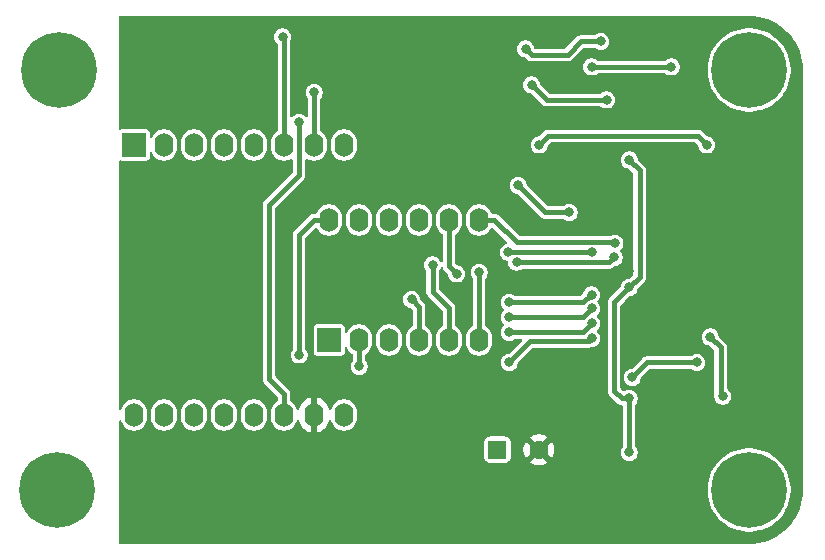
<source format=gtl>
G04 #@! TF.GenerationSoftware,KiCad,Pcbnew,9.0.2*
G04 #@! TF.CreationDate,2025-06-10T21:22:11+02:00*
G04 #@! TF.ProjectId,n-teller,6e2d7465-6c6c-4657-922e-6b696361645f,1.0*
G04 #@! TF.SameCoordinates,Original*
G04 #@! TF.FileFunction,Copper,L1,Top*
G04 #@! TF.FilePolarity,Positive*
%FSLAX46Y46*%
G04 Gerber Fmt 4.6, Leading zero omitted, Abs format (unit mm)*
G04 Created by KiCad (PCBNEW 9.0.2) date 2025-06-10 21:22:11*
%MOMM*%
%LPD*%
G01*
G04 APERTURE LIST*
G04 Aperture macros list*
%AMRoundRect*
0 Rectangle with rounded corners*
0 $1 Rounding radius*
0 $2 $3 $4 $5 $6 $7 $8 $9 X,Y pos of 4 corners*
0 Add a 4 corners polygon primitive as box body*
4,1,4,$2,$3,$4,$5,$6,$7,$8,$9,$2,$3,0*
0 Add four circle primitives for the rounded corners*
1,1,$1+$1,$2,$3*
1,1,$1+$1,$4,$5*
1,1,$1+$1,$6,$7*
1,1,$1+$1,$8,$9*
0 Add four rect primitives between the rounded corners*
20,1,$1+$1,$2,$3,$4,$5,0*
20,1,$1+$1,$4,$5,$6,$7,0*
20,1,$1+$1,$6,$7,$8,$9,0*
20,1,$1+$1,$8,$9,$2,$3,0*%
G04 Aperture macros list end*
G04 #@! TA.AperFunction,ComponentPad*
%ADD10RoundRect,0.250000X-0.550000X-0.550000X0.550000X-0.550000X0.550000X0.550000X-0.550000X0.550000X0*%
G04 #@! TD*
G04 #@! TA.AperFunction,ComponentPad*
%ADD11C,1.600000*%
G04 #@! TD*
G04 #@! TA.AperFunction,ComponentPad*
%ADD12R,2.000000X2.000000*%
G04 #@! TD*
G04 #@! TA.AperFunction,ComponentPad*
%ADD13O,1.600000X2.000000*%
G04 #@! TD*
G04 #@! TA.AperFunction,ComponentPad*
%ADD14C,0.800000*%
G04 #@! TD*
G04 #@! TA.AperFunction,ComponentPad*
%ADD15C,6.400000*%
G04 #@! TD*
G04 #@! TA.AperFunction,ViaPad*
%ADD16C,0.800000*%
G04 #@! TD*
G04 #@! TA.AperFunction,Conductor*
%ADD17C,0.440000*%
G04 #@! TD*
G04 APERTURE END LIST*
D10*
X98075544Y-62625000D03*
D11*
X101575544Y-62625000D03*
D12*
X83820000Y-53340000D03*
D13*
X86360000Y-53340000D03*
X88900000Y-53340000D03*
X91440000Y-53340000D03*
X93980000Y-53340000D03*
X96520000Y-53340000D03*
X96520000Y-43180000D03*
X93980000Y-43180000D03*
X91440000Y-43180000D03*
X88900000Y-43180000D03*
X86360000Y-43180000D03*
X83820000Y-43180000D03*
D14*
X58560000Y-30480000D03*
X59262944Y-28782944D03*
X59262944Y-32177056D03*
X60960000Y-28080000D03*
D15*
X60960000Y-30480000D03*
D14*
X60960000Y-32880000D03*
X62657056Y-28782944D03*
X62657056Y-32177056D03*
X63360000Y-30480000D03*
X58420000Y-66040000D03*
X59122944Y-64342944D03*
X59122944Y-67737056D03*
X60820000Y-63640000D03*
D15*
X60820000Y-66040000D03*
D14*
X60820000Y-68440000D03*
X62517056Y-64342944D03*
X62517056Y-67737056D03*
X63220000Y-66040000D03*
X116980000Y-30480000D03*
X117682944Y-28782944D03*
X117682944Y-32177056D03*
X119380000Y-28080000D03*
D15*
X119380000Y-30480000D03*
D14*
X119380000Y-32880000D03*
X121077056Y-28782944D03*
X121077056Y-32177056D03*
X121780000Y-30480000D03*
X116980000Y-66040000D03*
X117682944Y-64342944D03*
X117682944Y-67737056D03*
X119380000Y-63640000D03*
D15*
X119380000Y-66040000D03*
D14*
X119380000Y-68440000D03*
X121077056Y-64342944D03*
X121077056Y-67737056D03*
X121780000Y-66040000D03*
D12*
X67310000Y-36830000D03*
D13*
X69850000Y-36830000D03*
X72390000Y-36830000D03*
X74930000Y-36830000D03*
X77470000Y-36830000D03*
X80010000Y-36830000D03*
X82550000Y-36830000D03*
X85090000Y-36830000D03*
X85090000Y-59690000D03*
X82550000Y-59690000D03*
X80010000Y-59690000D03*
X77470000Y-59690000D03*
X74930000Y-59690000D03*
X72390000Y-59690000D03*
X69850000Y-59690000D03*
X67310000Y-59690000D03*
D16*
X94234000Y-48895000D03*
X112268000Y-31369000D03*
X100203000Y-56007000D03*
X115951000Y-59309000D03*
X118594202Y-38662750D03*
X108966000Y-39624000D03*
X105664000Y-54483000D03*
X90170000Y-44704000D03*
X97663000Y-44704000D03*
X117856000Y-52832000D03*
X113792000Y-53848000D03*
X114681000Y-38735000D03*
X110998000Y-33147000D03*
X102235000Y-31750000D03*
X81915000Y-55880000D03*
X110998000Y-28956000D03*
X106680000Y-26670000D03*
X90170000Y-34290000D03*
X86995000Y-38100000D03*
X66675000Y-62230000D03*
X66675000Y-69850000D03*
X90170000Y-47625000D03*
X81280000Y-33655000D03*
X83820000Y-33655000D03*
X82550000Y-26670000D03*
X66675000Y-26670000D03*
X76962000Y-28956000D03*
X76200000Y-34290000D03*
X82550000Y-39370000D03*
X78740000Y-39370000D03*
X67310000Y-39370000D03*
X76200000Y-57785000D03*
X66675000Y-57785000D03*
X95250000Y-61595000D03*
X95250000Y-64135000D03*
X114935000Y-56896000D03*
X110490000Y-61068000D03*
X104791027Y-61068000D03*
X119380000Y-48260000D03*
X111123798Y-38100000D03*
X106680000Y-31750000D03*
X102235000Y-27940000D03*
X97790000Y-33020000D03*
X106680000Y-34925000D03*
X100584000Y-39370000D03*
X103505000Y-40005000D03*
X106934000Y-43561000D03*
X103759000Y-48260000D03*
X109220000Y-47498000D03*
X113284000Y-46228000D03*
X113284000Y-50292000D03*
X110490000Y-57150000D03*
X103505000Y-57150000D03*
X81280000Y-34925000D03*
X114935000Y-55245000D03*
X109474000Y-56515000D03*
X106045000Y-30226000D03*
X112776000Y-30226000D03*
X106045000Y-51943000D03*
X117157500Y-58102500D03*
X101600000Y-36830000D03*
X115805000Y-36830000D03*
X116078000Y-53086000D03*
X109220000Y-62865000D03*
X107315000Y-33020000D03*
X100965000Y-31750000D03*
X82550000Y-32385000D03*
X106807000Y-28067000D03*
X100457000Y-28702000D03*
X79883000Y-27686000D03*
X104140000Y-42545000D03*
X99822000Y-40259000D03*
X109220000Y-38100000D03*
X109220000Y-58293000D03*
X109220000Y-48895000D03*
X99060000Y-55245000D03*
X106045000Y-53213000D03*
X86360000Y-55581000D03*
X81280000Y-54610000D03*
X96520000Y-47625000D03*
X94615000Y-47752000D03*
X99060000Y-52705000D03*
X106045000Y-50673000D03*
X99060000Y-51435000D03*
X106045000Y-45905000D03*
X98987891Y-45905000D03*
X90805000Y-49911000D03*
X92583000Y-46990000D03*
X107950000Y-46355000D03*
X99695000Y-46755000D03*
X108022683Y-45157683D03*
X106045000Y-49530000D03*
X99060000Y-50165000D03*
D17*
X80010000Y-27813000D02*
X79883000Y-27686000D01*
X80010000Y-36830000D02*
X80010000Y-27813000D01*
X93980000Y-47117000D02*
X94615000Y-47752000D01*
X93980000Y-43180000D02*
X93980000Y-47117000D01*
X106807000Y-28067000D02*
X105156000Y-28067000D01*
X105156000Y-28067000D02*
X104013000Y-29210000D01*
X104013000Y-29210000D02*
X100965000Y-29210000D01*
X100965000Y-29210000D02*
X100457000Y-28702000D01*
X99060000Y-55245000D02*
X100838000Y-53467000D01*
X100838000Y-53467000D02*
X105791000Y-53467000D01*
X105791000Y-53467000D02*
X106045000Y-53213000D01*
X82550000Y-36830000D02*
X82550000Y-32385000D01*
X106045000Y-30226000D02*
X112776000Y-30226000D01*
X109220000Y-48895000D02*
X107950000Y-50165000D01*
X107950000Y-50165000D02*
X107950000Y-57658000D01*
X107950000Y-57658000D02*
X108585000Y-58293000D01*
X108585000Y-58293000D02*
X109220000Y-58293000D01*
X114935000Y-55245000D02*
X110744000Y-55245000D01*
X110744000Y-55245000D02*
X109474000Y-56515000D01*
X102108000Y-42545000D02*
X99822000Y-40259000D01*
X104140000Y-42545000D02*
X102108000Y-42545000D01*
X91440000Y-50546000D02*
X90805000Y-49911000D01*
X91440000Y-53340000D02*
X91440000Y-50546000D01*
X93980000Y-53340000D02*
X93980000Y-50673000D01*
X93980000Y-50673000D02*
X92583000Y-49276000D01*
X92583000Y-49276000D02*
X92583000Y-46990000D01*
X105283000Y-52705000D02*
X106045000Y-51943000D01*
X99060000Y-52705000D02*
X105283000Y-52705000D01*
X105957634Y-49530000D02*
X106045000Y-49530000D01*
X99060000Y-51435000D02*
X105283000Y-51435000D01*
X105322634Y-50165000D02*
X105957634Y-49530000D01*
X99060000Y-50165000D02*
X105322634Y-50165000D01*
X105283000Y-51435000D02*
X106045000Y-50673000D01*
X117157500Y-58102500D02*
X116967000Y-57912000D01*
X116967000Y-53975000D02*
X116078000Y-53086000D01*
X116967000Y-57912000D02*
X116967000Y-53975000D01*
X109220000Y-62865000D02*
X109220000Y-58293000D01*
X81280000Y-34925000D02*
X81280000Y-39370000D01*
X78740000Y-41910000D02*
X78740000Y-56642000D01*
X81280000Y-39370000D02*
X78740000Y-41910000D01*
X78740000Y-56642000D02*
X80010000Y-57912000D01*
X80010000Y-57912000D02*
X80010000Y-59690000D01*
X109220000Y-48895000D02*
X110109000Y-48006000D01*
X110109000Y-48006000D02*
X110109000Y-38989000D01*
X110109000Y-38989000D02*
X109220000Y-38100000D01*
X115805000Y-36830000D02*
X115043000Y-36068000D01*
X102362000Y-36068000D02*
X101600000Y-36830000D01*
X115043000Y-36068000D02*
X102362000Y-36068000D01*
X81280000Y-54610000D02*
X81280000Y-44450000D01*
X81280000Y-44450000D02*
X82550000Y-43180000D01*
X82550000Y-43180000D02*
X83820000Y-43180000D01*
X108022683Y-45157683D02*
X107950000Y-45085000D01*
X107950000Y-45085000D02*
X99695000Y-45085000D01*
X99695000Y-45085000D02*
X97790000Y-43180000D01*
X97790000Y-43180000D02*
X96520000Y-43180000D01*
X107315000Y-33020000D02*
X102235000Y-33020000D01*
X102235000Y-33020000D02*
X100965000Y-31750000D01*
X106045000Y-45905000D02*
X98987891Y-45905000D01*
X107550000Y-46755000D02*
X107950000Y-46355000D01*
X99695000Y-46755000D02*
X107550000Y-46755000D01*
X86360000Y-55581000D02*
X86360000Y-53340000D01*
X96520000Y-47625000D02*
X96520000Y-53340000D01*
G04 #@! TA.AperFunction,Conductor*
G36*
X119382153Y-25900594D02*
G01*
X119774826Y-25917738D01*
X119783405Y-25918488D01*
X120170956Y-25969511D01*
X120179425Y-25971004D01*
X120561055Y-26055610D01*
X120569365Y-26057836D01*
X120942167Y-26175381D01*
X120950273Y-26178331D01*
X121311390Y-26327910D01*
X121319205Y-26331554D01*
X121665910Y-26512038D01*
X121673391Y-26516356D01*
X121944434Y-26689030D01*
X122003053Y-26726374D01*
X122010127Y-26731328D01*
X122320220Y-26969270D01*
X122326821Y-26974809D01*
X122615028Y-27238901D01*
X122621098Y-27244971D01*
X122885188Y-27533176D01*
X122890729Y-27539779D01*
X123128671Y-27849872D01*
X123133625Y-27856946D01*
X123343643Y-28186609D01*
X123347961Y-28194089D01*
X123528442Y-28540788D01*
X123532092Y-28548616D01*
X123681666Y-28909722D01*
X123684620Y-28917837D01*
X123802158Y-29290618D01*
X123804393Y-29298960D01*
X123888991Y-29680556D01*
X123890491Y-29689062D01*
X123941509Y-30076581D01*
X123942262Y-30085185D01*
X123959406Y-30477846D01*
X123959500Y-30482164D01*
X123959500Y-66037835D01*
X123959406Y-66042153D01*
X123942262Y-66434814D01*
X123941509Y-66443418D01*
X123890491Y-66830937D01*
X123888991Y-66839443D01*
X123804393Y-67221039D01*
X123802158Y-67229381D01*
X123684620Y-67602162D01*
X123681666Y-67610277D01*
X123532092Y-67971383D01*
X123528442Y-67979211D01*
X123347961Y-68325910D01*
X123343643Y-68333390D01*
X123133625Y-68663053D01*
X123128671Y-68670127D01*
X122890729Y-68980220D01*
X122885179Y-68986834D01*
X122621109Y-69275016D01*
X122615016Y-69281109D01*
X122378846Y-69497520D01*
X122326836Y-69545178D01*
X122320220Y-69550729D01*
X122010127Y-69788671D01*
X122003053Y-69793625D01*
X121673390Y-70003643D01*
X121665910Y-70007961D01*
X121319211Y-70188442D01*
X121311383Y-70192092D01*
X120950277Y-70341666D01*
X120942162Y-70344620D01*
X120569381Y-70462158D01*
X120561039Y-70464393D01*
X120179443Y-70548991D01*
X120170937Y-70550491D01*
X119783418Y-70601509D01*
X119774814Y-70602262D01*
X119382153Y-70619406D01*
X119377835Y-70619500D01*
X66139000Y-70619500D01*
X66080809Y-70600593D01*
X66044845Y-70551093D01*
X66040000Y-70520500D01*
X66040000Y-65867041D01*
X115859500Y-65867041D01*
X115859500Y-66212958D01*
X115893403Y-66557184D01*
X115960886Y-66896445D01*
X116061292Y-67227442D01*
X116193663Y-67547014D01*
X116193676Y-67547041D01*
X116356724Y-67852082D01*
X116356726Y-67852086D01*
X116548894Y-68139686D01*
X116704876Y-68329750D01*
X116768335Y-68407075D01*
X117012925Y-68651665D01*
X117280311Y-68871103D01*
X117280314Y-68871105D01*
X117280313Y-68871105D01*
X117567913Y-69063273D01*
X117567917Y-69063275D01*
X117716608Y-69142752D01*
X117872977Y-69226333D01*
X118192549Y-69358704D01*
X118192551Y-69358704D01*
X118192557Y-69358707D01*
X118478654Y-69445492D01*
X118523557Y-69459114D01*
X118862812Y-69526596D01*
X118901060Y-69530363D01*
X119207041Y-69560500D01*
X119207049Y-69560500D01*
X119552959Y-69560500D01*
X119782442Y-69537897D01*
X119897188Y-69526596D01*
X120236443Y-69459114D01*
X120432743Y-69399567D01*
X120567442Y-69358707D01*
X120567444Y-69358705D01*
X120567451Y-69358704D01*
X120887023Y-69226333D01*
X121192082Y-69063275D01*
X121192086Y-69063273D01*
X121479686Y-68871105D01*
X121479685Y-68871105D01*
X121479689Y-68871103D01*
X121747075Y-68651665D01*
X121991665Y-68407075D01*
X122211103Y-68139689D01*
X122212389Y-68137763D01*
X122403273Y-67852086D01*
X122403275Y-67852082D01*
X122536860Y-67602162D01*
X122566333Y-67547023D01*
X122698704Y-67227451D01*
X122799114Y-66896443D01*
X122866596Y-66557188D01*
X122878924Y-66432010D01*
X122900500Y-66212958D01*
X122900500Y-65867041D01*
X122866596Y-65522815D01*
X122866596Y-65522812D01*
X122799114Y-65183557D01*
X122785492Y-65138654D01*
X122698707Y-64852557D01*
X122566336Y-64532985D01*
X122566333Y-64532977D01*
X122566323Y-64532958D01*
X122403275Y-64227917D01*
X122403273Y-64227913D01*
X122211105Y-63940313D01*
X121991669Y-63672930D01*
X121991665Y-63672925D01*
X121747075Y-63428335D01*
X121479689Y-63208897D01*
X121479685Y-63208894D01*
X121479686Y-63208894D01*
X121192086Y-63016726D01*
X121192082Y-63016724D01*
X120887041Y-62853676D01*
X120887029Y-62853670D01*
X120887023Y-62853667D01*
X120887018Y-62853664D01*
X120887014Y-62853663D01*
X120567442Y-62721292D01*
X120236445Y-62620886D01*
X119992381Y-62572339D01*
X119897188Y-62553404D01*
X119897186Y-62553403D01*
X119552959Y-62519500D01*
X119552951Y-62519500D01*
X119207049Y-62519500D01*
X119207041Y-62519500D01*
X118862815Y-62553403D01*
X118523554Y-62620886D01*
X118192557Y-62721292D01*
X117872985Y-62853663D01*
X117872958Y-62853676D01*
X117567917Y-63016724D01*
X117567913Y-63016726D01*
X117280313Y-63208894D01*
X117012930Y-63428330D01*
X116768330Y-63672930D01*
X116548894Y-63940313D01*
X116356726Y-64227913D01*
X116356724Y-64227917D01*
X116193676Y-64532958D01*
X116193663Y-64532985D01*
X116061292Y-64852557D01*
X115960886Y-65183554D01*
X115893403Y-65522815D01*
X115859500Y-65867041D01*
X66040000Y-65867041D01*
X66040000Y-62037605D01*
X96955044Y-62037605D01*
X96955044Y-63212394D01*
X96969727Y-63323926D01*
X96969729Y-63323934D01*
X97027211Y-63462708D01*
X97027213Y-63462713D01*
X97118653Y-63581880D01*
X97118658Y-63581886D01*
X97118661Y-63581888D01*
X97118663Y-63581890D01*
X97237830Y-63673330D01*
X97237831Y-63673330D01*
X97237832Y-63673331D01*
X97376614Y-63730816D01*
X97488150Y-63745500D01*
X97488151Y-63745500D01*
X98662937Y-63745500D01*
X98662938Y-63745500D01*
X98774474Y-63730816D01*
X98913256Y-63673331D01*
X99032430Y-63581886D01*
X99123875Y-63462712D01*
X99181360Y-63323930D01*
X99196044Y-63212394D01*
X99196044Y-62522684D01*
X100275544Y-62522684D01*
X100275544Y-62727315D01*
X100307552Y-62929412D01*
X100370787Y-63124027D01*
X100463683Y-63306348D01*
X100463687Y-63306353D01*
X100496067Y-63350920D01*
X100496068Y-63350920D01*
X101175544Y-62671444D01*
X101175544Y-62677661D01*
X101202803Y-62779394D01*
X101255464Y-62870606D01*
X101329938Y-62945080D01*
X101421150Y-62997741D01*
X101522883Y-63025000D01*
X101529097Y-63025000D01*
X100849622Y-63704475D01*
X100894191Y-63736858D01*
X101076516Y-63829756D01*
X101271131Y-63892991D01*
X101473229Y-63925000D01*
X101677859Y-63925000D01*
X101879956Y-63892991D01*
X102074571Y-63829756D01*
X102256886Y-63736863D01*
X102256894Y-63736858D01*
X102301464Y-63704475D01*
X101621989Y-63025000D01*
X101628205Y-63025000D01*
X101729938Y-62997741D01*
X101821150Y-62945080D01*
X101895624Y-62870606D01*
X101948285Y-62779394D01*
X101975544Y-62677661D01*
X101975544Y-62671445D01*
X102655019Y-63350920D01*
X102687402Y-63306350D01*
X102687407Y-63306342D01*
X102780300Y-63124027D01*
X102843535Y-62929412D01*
X102875544Y-62727315D01*
X102875544Y-62522684D01*
X102843535Y-62320587D01*
X102780300Y-62125972D01*
X102687402Y-61943647D01*
X102655019Y-61899078D01*
X101975544Y-62578553D01*
X101975544Y-62572339D01*
X101948285Y-62470606D01*
X101895624Y-62379394D01*
X101821150Y-62304920D01*
X101729938Y-62252259D01*
X101628205Y-62225000D01*
X101621989Y-62225000D01*
X102301464Y-61545524D01*
X102301464Y-61545523D01*
X102256897Y-61513143D01*
X102256892Y-61513139D01*
X102074571Y-61420243D01*
X101879956Y-61357008D01*
X101677859Y-61325000D01*
X101473229Y-61325000D01*
X101271131Y-61357008D01*
X101076516Y-61420243D01*
X100894195Y-61513139D01*
X100894191Y-61513141D01*
X100849622Y-61545523D01*
X101529099Y-62225000D01*
X101522883Y-62225000D01*
X101421150Y-62252259D01*
X101329938Y-62304920D01*
X101255464Y-62379394D01*
X101202803Y-62470606D01*
X101175544Y-62572339D01*
X101175544Y-62578555D01*
X100496067Y-61899078D01*
X100463685Y-61943647D01*
X100463683Y-61943651D01*
X100370787Y-62125972D01*
X100307552Y-62320587D01*
X100275544Y-62522684D01*
X99196044Y-62522684D01*
X99196044Y-62037606D01*
X99181360Y-61926070D01*
X99123875Y-61787288D01*
X99123874Y-61787287D01*
X99123874Y-61787286D01*
X99032434Y-61668119D01*
X99032433Y-61668118D01*
X99032430Y-61668114D01*
X98913256Y-61576669D01*
X98913253Y-61576668D01*
X98913252Y-61576667D01*
X98774478Y-61519185D01*
X98774470Y-61519183D01*
X98662938Y-61504500D01*
X97488150Y-61504500D01*
X97488149Y-61504500D01*
X97376617Y-61519183D01*
X97376609Y-61519185D01*
X97237835Y-61576667D01*
X97237830Y-61576669D01*
X97118663Y-61668109D01*
X97118653Y-61668119D01*
X97027213Y-61787286D01*
X97027211Y-61787291D01*
X96969729Y-61926065D01*
X96969727Y-61926073D01*
X96955044Y-62037605D01*
X66040000Y-62037605D01*
X66040000Y-60232419D01*
X66058907Y-60174228D01*
X66108407Y-60138264D01*
X66169593Y-60138264D01*
X66219093Y-60174228D01*
X66233154Y-60201824D01*
X66271592Y-60320123D01*
X66351662Y-60477270D01*
X66455330Y-60619957D01*
X66580043Y-60744670D01*
X66722730Y-60848338D01*
X66879877Y-60928408D01*
X67047616Y-60982910D01*
X67047617Y-60982910D01*
X67047620Y-60982911D01*
X67221812Y-61010500D01*
X67221815Y-61010500D01*
X67398188Y-61010500D01*
X67572379Y-60982911D01*
X67572380Y-60982910D01*
X67572384Y-60982910D01*
X67740123Y-60928408D01*
X67897270Y-60848338D01*
X68039957Y-60744670D01*
X68164670Y-60619957D01*
X68268338Y-60477270D01*
X68348408Y-60320123D01*
X68402910Y-60152384D01*
X68402911Y-60152379D01*
X68430500Y-59978188D01*
X68430500Y-59401811D01*
X68729500Y-59401811D01*
X68729500Y-59978188D01*
X68757088Y-60152379D01*
X68770692Y-60194247D01*
X68811592Y-60320123D01*
X68891662Y-60477270D01*
X68995330Y-60619957D01*
X69120043Y-60744670D01*
X69262730Y-60848338D01*
X69419877Y-60928408D01*
X69587616Y-60982910D01*
X69587617Y-60982910D01*
X69587620Y-60982911D01*
X69761812Y-61010500D01*
X69761815Y-61010500D01*
X69938188Y-61010500D01*
X70112379Y-60982911D01*
X70112380Y-60982910D01*
X70112384Y-60982910D01*
X70280123Y-60928408D01*
X70437270Y-60848338D01*
X70579957Y-60744670D01*
X70704670Y-60619957D01*
X70808338Y-60477270D01*
X70888408Y-60320123D01*
X70942910Y-60152384D01*
X70942911Y-60152379D01*
X70970500Y-59978188D01*
X70970500Y-59401811D01*
X71269500Y-59401811D01*
X71269500Y-59978188D01*
X71297088Y-60152379D01*
X71310692Y-60194247D01*
X71351592Y-60320123D01*
X71431662Y-60477270D01*
X71535330Y-60619957D01*
X71660043Y-60744670D01*
X71802730Y-60848338D01*
X71959877Y-60928408D01*
X72127616Y-60982910D01*
X72127617Y-60982910D01*
X72127620Y-60982911D01*
X72301812Y-61010500D01*
X72301815Y-61010500D01*
X72478188Y-61010500D01*
X72652379Y-60982911D01*
X72652380Y-60982910D01*
X72652384Y-60982910D01*
X72820123Y-60928408D01*
X72977270Y-60848338D01*
X73119957Y-60744670D01*
X73244670Y-60619957D01*
X73348338Y-60477270D01*
X73428408Y-60320123D01*
X73482910Y-60152384D01*
X73482911Y-60152379D01*
X73510500Y-59978188D01*
X73510500Y-59401811D01*
X73809500Y-59401811D01*
X73809500Y-59978188D01*
X73837088Y-60152379D01*
X73850692Y-60194247D01*
X73891592Y-60320123D01*
X73971662Y-60477270D01*
X74075330Y-60619957D01*
X74200043Y-60744670D01*
X74342730Y-60848338D01*
X74499877Y-60928408D01*
X74667616Y-60982910D01*
X74667617Y-60982910D01*
X74667620Y-60982911D01*
X74841812Y-61010500D01*
X74841815Y-61010500D01*
X75018188Y-61010500D01*
X75192379Y-60982911D01*
X75192380Y-60982910D01*
X75192384Y-60982910D01*
X75360123Y-60928408D01*
X75517270Y-60848338D01*
X75659957Y-60744670D01*
X75784670Y-60619957D01*
X75888338Y-60477270D01*
X75968408Y-60320123D01*
X76022910Y-60152384D01*
X76022911Y-60152379D01*
X76050500Y-59978188D01*
X76050500Y-59401811D01*
X76349500Y-59401811D01*
X76349500Y-59978188D01*
X76377088Y-60152379D01*
X76390692Y-60194247D01*
X76431592Y-60320123D01*
X76511662Y-60477270D01*
X76615330Y-60619957D01*
X76740043Y-60744670D01*
X76882730Y-60848338D01*
X77039877Y-60928408D01*
X77207616Y-60982910D01*
X77207617Y-60982910D01*
X77207620Y-60982911D01*
X77381812Y-61010500D01*
X77381815Y-61010500D01*
X77558188Y-61010500D01*
X77732379Y-60982911D01*
X77732380Y-60982910D01*
X77732384Y-60982910D01*
X77900123Y-60928408D01*
X78057270Y-60848338D01*
X78199957Y-60744670D01*
X78324670Y-60619957D01*
X78428338Y-60477270D01*
X78508408Y-60320123D01*
X78562910Y-60152384D01*
X78562911Y-60152379D01*
X78590500Y-59978188D01*
X78590500Y-59401811D01*
X78562911Y-59227620D01*
X78562910Y-59227616D01*
X78508408Y-59059877D01*
X78428338Y-58902730D01*
X78324670Y-58760043D01*
X78199957Y-58635330D01*
X78057270Y-58531662D01*
X78057269Y-58531661D01*
X78057267Y-58531660D01*
X77900123Y-58451592D01*
X77732379Y-58397088D01*
X77558188Y-58369500D01*
X77558185Y-58369500D01*
X77381815Y-58369500D01*
X77381812Y-58369500D01*
X77207620Y-58397088D01*
X77039876Y-58451592D01*
X76882732Y-58531660D01*
X76740044Y-58635329D01*
X76615329Y-58760044D01*
X76511660Y-58902732D01*
X76431592Y-59059876D01*
X76377088Y-59227620D01*
X76349500Y-59401811D01*
X76050500Y-59401811D01*
X76022911Y-59227620D01*
X76022910Y-59227616D01*
X75968408Y-59059877D01*
X75888338Y-58902730D01*
X75784670Y-58760043D01*
X75659957Y-58635330D01*
X75517270Y-58531662D01*
X75517269Y-58531661D01*
X75517267Y-58531660D01*
X75360123Y-58451592D01*
X75192379Y-58397088D01*
X75018188Y-58369500D01*
X75018185Y-58369500D01*
X74841815Y-58369500D01*
X74841812Y-58369500D01*
X74667620Y-58397088D01*
X74499876Y-58451592D01*
X74342732Y-58531660D01*
X74200044Y-58635329D01*
X74075329Y-58760044D01*
X73971660Y-58902732D01*
X73891592Y-59059876D01*
X73837088Y-59227620D01*
X73809500Y-59401811D01*
X73510500Y-59401811D01*
X73482911Y-59227620D01*
X73482910Y-59227616D01*
X73428408Y-59059877D01*
X73348338Y-58902730D01*
X73244670Y-58760043D01*
X73119957Y-58635330D01*
X72977270Y-58531662D01*
X72977269Y-58531661D01*
X72977267Y-58531660D01*
X72820123Y-58451592D01*
X72652379Y-58397088D01*
X72478188Y-58369500D01*
X72478185Y-58369500D01*
X72301815Y-58369500D01*
X72301812Y-58369500D01*
X72127620Y-58397088D01*
X71959876Y-58451592D01*
X71802732Y-58531660D01*
X71660044Y-58635329D01*
X71535329Y-58760044D01*
X71431660Y-58902732D01*
X71351592Y-59059876D01*
X71297088Y-59227620D01*
X71269500Y-59401811D01*
X70970500Y-59401811D01*
X70942911Y-59227620D01*
X70942910Y-59227616D01*
X70888408Y-59059877D01*
X70808338Y-58902730D01*
X70704670Y-58760043D01*
X70579957Y-58635330D01*
X70437270Y-58531662D01*
X70437269Y-58531661D01*
X70437267Y-58531660D01*
X70280123Y-58451592D01*
X70112379Y-58397088D01*
X69938188Y-58369500D01*
X69938185Y-58369500D01*
X69761815Y-58369500D01*
X69761812Y-58369500D01*
X69587620Y-58397088D01*
X69419876Y-58451592D01*
X69262732Y-58531660D01*
X69120044Y-58635329D01*
X68995329Y-58760044D01*
X68891660Y-58902732D01*
X68811592Y-59059876D01*
X68757088Y-59227620D01*
X68729500Y-59401811D01*
X68430500Y-59401811D01*
X68402911Y-59227620D01*
X68402910Y-59227616D01*
X68348408Y-59059877D01*
X68268338Y-58902730D01*
X68164670Y-58760043D01*
X68039957Y-58635330D01*
X67897270Y-58531662D01*
X67897269Y-58531661D01*
X67897267Y-58531660D01*
X67740123Y-58451592D01*
X67572379Y-58397088D01*
X67398188Y-58369500D01*
X67398185Y-58369500D01*
X67221815Y-58369500D01*
X67221812Y-58369500D01*
X67047620Y-58397088D01*
X66879876Y-58451592D01*
X66722732Y-58531660D01*
X66580044Y-58635329D01*
X66455329Y-58760044D01*
X66351660Y-58902732D01*
X66271590Y-59059880D01*
X66271588Y-59059883D01*
X66233154Y-59178173D01*
X66197190Y-59227673D01*
X66139000Y-59246580D01*
X66080809Y-59227673D01*
X66044845Y-59178172D01*
X66040000Y-59147580D01*
X66040000Y-41838842D01*
X78199500Y-41838842D01*
X78199500Y-56570842D01*
X78199500Y-56713158D01*
X78236334Y-56850625D01*
X78307492Y-56973875D01*
X78906118Y-57572500D01*
X79440504Y-58106886D01*
X79468281Y-58161403D01*
X79469500Y-58176890D01*
X79469500Y-58447558D01*
X79450593Y-58505749D01*
X79425539Y-58528911D01*
X79425877Y-58529376D01*
X79422731Y-58531661D01*
X79422730Y-58531662D01*
X79381261Y-58561791D01*
X79280044Y-58635329D01*
X79155329Y-58760044D01*
X79051660Y-58902732D01*
X78971592Y-59059876D01*
X78917088Y-59227620D01*
X78889500Y-59401811D01*
X78889500Y-59978188D01*
X78917088Y-60152379D01*
X78930692Y-60194247D01*
X78971592Y-60320123D01*
X79051662Y-60477270D01*
X79155330Y-60619957D01*
X79280043Y-60744670D01*
X79422730Y-60848338D01*
X79579877Y-60928408D01*
X79747616Y-60982910D01*
X79747617Y-60982910D01*
X79747620Y-60982911D01*
X79921812Y-61010500D01*
X79921815Y-61010500D01*
X80098188Y-61010500D01*
X80272379Y-60982911D01*
X80272380Y-60982910D01*
X80272384Y-60982910D01*
X80440123Y-60928408D01*
X80597270Y-60848338D01*
X80739957Y-60744670D01*
X80864670Y-60619957D01*
X80968338Y-60477270D01*
X81048408Y-60320123D01*
X81091630Y-60187099D01*
X81127593Y-60137601D01*
X81185784Y-60118693D01*
X81243974Y-60137600D01*
X81279938Y-60187100D01*
X81281954Y-60194247D01*
X81345243Y-60389027D01*
X81438138Y-60571346D01*
X81558414Y-60736891D01*
X81703108Y-60881585D01*
X81868653Y-61001861D01*
X82050972Y-61094756D01*
X82245589Y-61157991D01*
X82245585Y-61157991D01*
X82299999Y-61166608D01*
X82300000Y-61166607D01*
X82300000Y-60065277D01*
X82376306Y-60109333D01*
X82490756Y-60140000D01*
X82609244Y-60140000D01*
X82723694Y-60109333D01*
X82800000Y-60065277D01*
X82800000Y-61166608D01*
X82854412Y-61157991D01*
X83049027Y-61094756D01*
X83231346Y-61001861D01*
X83396891Y-60881585D01*
X83541585Y-60736891D01*
X83661861Y-60571346D01*
X83754756Y-60389027D01*
X83819192Y-60190717D01*
X83820133Y-60191023D01*
X83849912Y-60142419D01*
X83906438Y-60118999D01*
X83965934Y-60133277D01*
X84005675Y-60179799D01*
X84008369Y-60187099D01*
X84051592Y-60320123D01*
X84131662Y-60477270D01*
X84235330Y-60619957D01*
X84360043Y-60744670D01*
X84502730Y-60848338D01*
X84659877Y-60928408D01*
X84827616Y-60982910D01*
X84827617Y-60982910D01*
X84827620Y-60982911D01*
X85001812Y-61010500D01*
X85001815Y-61010500D01*
X85178188Y-61010500D01*
X85352379Y-60982911D01*
X85352380Y-60982910D01*
X85352384Y-60982910D01*
X85520123Y-60928408D01*
X85677270Y-60848338D01*
X85819957Y-60744670D01*
X85944670Y-60619957D01*
X86048338Y-60477270D01*
X86128408Y-60320123D01*
X86182910Y-60152384D01*
X86182911Y-60152379D01*
X86210500Y-59978188D01*
X86210500Y-59401811D01*
X86182911Y-59227620D01*
X86182910Y-59227616D01*
X86128408Y-59059877D01*
X86048338Y-58902730D01*
X85944670Y-58760043D01*
X85819957Y-58635330D01*
X85677270Y-58531662D01*
X85677269Y-58531661D01*
X85677267Y-58531660D01*
X85520123Y-58451592D01*
X85352379Y-58397088D01*
X85178188Y-58369500D01*
X85178185Y-58369500D01*
X85001815Y-58369500D01*
X85001812Y-58369500D01*
X84827620Y-58397088D01*
X84659876Y-58451592D01*
X84502732Y-58531660D01*
X84360044Y-58635329D01*
X84235329Y-58760044D01*
X84131660Y-58902732D01*
X84051590Y-59059880D01*
X84051588Y-59059883D01*
X84008369Y-59192899D01*
X83972405Y-59242399D01*
X83914215Y-59261306D01*
X83856024Y-59242398D01*
X83820060Y-59192898D01*
X83818049Y-59185765D01*
X83754756Y-58990972D01*
X83661861Y-58808653D01*
X83541585Y-58643108D01*
X83396891Y-58498414D01*
X83231346Y-58378138D01*
X83049027Y-58285243D01*
X82854414Y-58222009D01*
X82800000Y-58213390D01*
X82800000Y-59314722D01*
X82723694Y-59270667D01*
X82609244Y-59240000D01*
X82490756Y-59240000D01*
X82376306Y-59270667D01*
X82300000Y-59314722D01*
X82300000Y-58213391D01*
X82299999Y-58213390D01*
X82245585Y-58222009D01*
X82050972Y-58285243D01*
X81868653Y-58378138D01*
X81703108Y-58498414D01*
X81558414Y-58643108D01*
X81438138Y-58808653D01*
X81345243Y-58990972D01*
X81280808Y-59189283D01*
X81279872Y-59188979D01*
X81250062Y-59237601D01*
X81193529Y-59261003D01*
X81134037Y-59246706D01*
X81094311Y-59200171D01*
X81091632Y-59192906D01*
X81048408Y-59059877D01*
X80968338Y-58902730D01*
X80864670Y-58760043D01*
X80739957Y-58635330D01*
X80597270Y-58531662D01*
X80597268Y-58531660D01*
X80594123Y-58529376D01*
X80594779Y-58528471D01*
X80558030Y-58485430D01*
X80550500Y-58447558D01*
X80550500Y-57840843D01*
X80550500Y-57840842D01*
X80532188Y-57772500D01*
X80513666Y-57703374D01*
X80464070Y-57617472D01*
X80442508Y-57580125D01*
X80341875Y-57479492D01*
X80341872Y-57479490D01*
X79309496Y-56447113D01*
X79281719Y-56392596D01*
X79280500Y-56377109D01*
X79280500Y-54539036D01*
X80559500Y-54539036D01*
X80559500Y-54680963D01*
X80587189Y-54820163D01*
X80641498Y-54951280D01*
X80641504Y-54951291D01*
X80720350Y-55069291D01*
X80820708Y-55169649D01*
X80938708Y-55248495D01*
X80938719Y-55248501D01*
X81026130Y-55284707D01*
X81069838Y-55302811D01*
X81209037Y-55330500D01*
X81209038Y-55330500D01*
X81350962Y-55330500D01*
X81350963Y-55330500D01*
X81490162Y-55302811D01*
X81621285Y-55248499D01*
X81739292Y-55169649D01*
X81839649Y-55069292D01*
X81918499Y-54951285D01*
X81972811Y-54820162D01*
X82000500Y-54680963D01*
X82000500Y-54539037D01*
X81972811Y-54399838D01*
X81954707Y-54356130D01*
X81918501Y-54268719D01*
X81918495Y-54268708D01*
X81837185Y-54147021D01*
X81820500Y-54092019D01*
X81820500Y-52302447D01*
X82499500Y-52302447D01*
X82499500Y-54377552D01*
X82505645Y-54424232D01*
X82505645Y-54424233D01*
X82553410Y-54526664D01*
X82553411Y-54526665D01*
X82553412Y-54526667D01*
X82633333Y-54606588D01*
X82633334Y-54606588D01*
X82633335Y-54606589D01*
X82735766Y-54654354D01*
X82735767Y-54654354D01*
X82735769Y-54654355D01*
X82782446Y-54660500D01*
X82782447Y-54660500D01*
X84857552Y-54660500D01*
X84857554Y-54660500D01*
X84904231Y-54654355D01*
X85006667Y-54606588D01*
X85086588Y-54526667D01*
X85134355Y-54424231D01*
X85140500Y-54377554D01*
X85140500Y-54027075D01*
X85159407Y-53968884D01*
X85208907Y-53932920D01*
X85270093Y-53932920D01*
X85319593Y-53968884D01*
X85327710Y-53982130D01*
X85401660Y-54127268D01*
X85432625Y-54169887D01*
X85505330Y-54269957D01*
X85630043Y-54394670D01*
X85772730Y-54498338D01*
X85772731Y-54498339D01*
X85775877Y-54500624D01*
X85775216Y-54501533D01*
X85811960Y-54544545D01*
X85819500Y-54582441D01*
X85819500Y-55063019D01*
X85802815Y-55118021D01*
X85721504Y-55239708D01*
X85721498Y-55239719D01*
X85667189Y-55370836D01*
X85639500Y-55510036D01*
X85639500Y-55651963D01*
X85667189Y-55791163D01*
X85721498Y-55922280D01*
X85721504Y-55922291D01*
X85800350Y-56040291D01*
X85900708Y-56140649D01*
X86018708Y-56219495D01*
X86018719Y-56219501D01*
X86106130Y-56255707D01*
X86149838Y-56273811D01*
X86289037Y-56301500D01*
X86289038Y-56301500D01*
X86430962Y-56301500D01*
X86430963Y-56301500D01*
X86570162Y-56273811D01*
X86701285Y-56219499D01*
X86819292Y-56140649D01*
X86919649Y-56040292D01*
X86998499Y-55922285D01*
X87052811Y-55791162D01*
X87080500Y-55651963D01*
X87080500Y-55510037D01*
X87052811Y-55370838D01*
X87018865Y-55288883D01*
X86998501Y-55239719D01*
X86998495Y-55239708D01*
X86917185Y-55118021D01*
X86900500Y-55063019D01*
X86900500Y-54582441D01*
X86919407Y-54524250D01*
X86944462Y-54501091D01*
X86944123Y-54500624D01*
X86947267Y-54498339D01*
X86947270Y-54498338D01*
X87089957Y-54394670D01*
X87214670Y-54269957D01*
X87318338Y-54127270D01*
X87398408Y-53970123D01*
X87452910Y-53802384D01*
X87456644Y-53778810D01*
X87480500Y-53628188D01*
X87480500Y-53051811D01*
X87779500Y-53051811D01*
X87779500Y-53628188D01*
X87807088Y-53802379D01*
X87861592Y-53970123D01*
X87923700Y-54092019D01*
X87941662Y-54127270D01*
X88045330Y-54269957D01*
X88170043Y-54394670D01*
X88312730Y-54498338D01*
X88469877Y-54578408D01*
X88637616Y-54632910D01*
X88637617Y-54632910D01*
X88637620Y-54632911D01*
X88811812Y-54660500D01*
X88811815Y-54660500D01*
X88988188Y-54660500D01*
X89162379Y-54632911D01*
X89162380Y-54632910D01*
X89162384Y-54632910D01*
X89330123Y-54578408D01*
X89487270Y-54498338D01*
X89629957Y-54394670D01*
X89754670Y-54269957D01*
X89858338Y-54127270D01*
X89938408Y-53970123D01*
X89992910Y-53802384D01*
X89996644Y-53778810D01*
X90020500Y-53628188D01*
X90020500Y-53051811D01*
X89992911Y-52877620D01*
X89992332Y-52875838D01*
X89938408Y-52709877D01*
X89858338Y-52552730D01*
X89754670Y-52410043D01*
X89629957Y-52285330D01*
X89487270Y-52181662D01*
X89487269Y-52181661D01*
X89487267Y-52181660D01*
X89330123Y-52101592D01*
X89162379Y-52047088D01*
X88988188Y-52019500D01*
X88988185Y-52019500D01*
X88811815Y-52019500D01*
X88811812Y-52019500D01*
X88637620Y-52047088D01*
X88469876Y-52101592D01*
X88312732Y-52181660D01*
X88170044Y-52285329D01*
X88045329Y-52410044D01*
X87941660Y-52552732D01*
X87861592Y-52709876D01*
X87807088Y-52877620D01*
X87779500Y-53051811D01*
X87480500Y-53051811D01*
X87452911Y-52877620D01*
X87452332Y-52875838D01*
X87398408Y-52709877D01*
X87318338Y-52552730D01*
X87214670Y-52410043D01*
X87089957Y-52285330D01*
X86947270Y-52181662D01*
X86947269Y-52181661D01*
X86947267Y-52181660D01*
X86790123Y-52101592D01*
X86622379Y-52047088D01*
X86448188Y-52019500D01*
X86448185Y-52019500D01*
X86271815Y-52019500D01*
X86271812Y-52019500D01*
X86097620Y-52047088D01*
X85929876Y-52101592D01*
X85772732Y-52181660D01*
X85630044Y-52285329D01*
X85505329Y-52410044D01*
X85401660Y-52552732D01*
X85327710Y-52697869D01*
X85284445Y-52741134D01*
X85224013Y-52750705D01*
X85169496Y-52722928D01*
X85141719Y-52668411D01*
X85140500Y-52652924D01*
X85140500Y-52302447D01*
X85140500Y-52302446D01*
X85134355Y-52255769D01*
X85129663Y-52245708D01*
X85086589Y-52153335D01*
X85086588Y-52153334D01*
X85086588Y-52153333D01*
X85006667Y-52073412D01*
X85006665Y-52073411D01*
X85006664Y-52073410D01*
X84904233Y-52025645D01*
X84873113Y-52021548D01*
X84857554Y-52019500D01*
X82782446Y-52019500D01*
X82766887Y-52021548D01*
X82735767Y-52025645D01*
X82735766Y-52025645D01*
X82633335Y-52073410D01*
X82553410Y-52153335D01*
X82505645Y-52255766D01*
X82505645Y-52255767D01*
X82499500Y-52302447D01*
X81820500Y-52302447D01*
X81820500Y-49840036D01*
X90084500Y-49840036D01*
X90084500Y-49981963D01*
X90112189Y-50121163D01*
X90166498Y-50252280D01*
X90166504Y-50252291D01*
X90245350Y-50370291D01*
X90345708Y-50470649D01*
X90463708Y-50549495D01*
X90463719Y-50549501D01*
X90512155Y-50569563D01*
X90594838Y-50603811D01*
X90734037Y-50631500D01*
X90734038Y-50631500D01*
X90738386Y-50632365D01*
X90789076Y-50659459D01*
X90870504Y-50740887D01*
X90898281Y-50795404D01*
X90899500Y-50810891D01*
X90899500Y-52097558D01*
X90880593Y-52155749D01*
X90855539Y-52178911D01*
X90855877Y-52179376D01*
X90852731Y-52181661D01*
X90852730Y-52181662D01*
X90767098Y-52243876D01*
X90710044Y-52285329D01*
X90585329Y-52410044D01*
X90481660Y-52552732D01*
X90401592Y-52709876D01*
X90347088Y-52877620D01*
X90319500Y-53051811D01*
X90319500Y-53628188D01*
X90347088Y-53802379D01*
X90401592Y-53970123D01*
X90463700Y-54092019D01*
X90481662Y-54127270D01*
X90585330Y-54269957D01*
X90710043Y-54394670D01*
X90852730Y-54498338D01*
X91009877Y-54578408D01*
X91177616Y-54632910D01*
X91177617Y-54632910D01*
X91177620Y-54632911D01*
X91351812Y-54660500D01*
X91351815Y-54660500D01*
X91528188Y-54660500D01*
X91702379Y-54632911D01*
X91702380Y-54632910D01*
X91702384Y-54632910D01*
X91870123Y-54578408D01*
X92027270Y-54498338D01*
X92169957Y-54394670D01*
X92294670Y-54269957D01*
X92398338Y-54127270D01*
X92478408Y-53970123D01*
X92532910Y-53802384D01*
X92536644Y-53778810D01*
X92560500Y-53628188D01*
X92560500Y-53051811D01*
X92532911Y-52877620D01*
X92532332Y-52875838D01*
X92478408Y-52709877D01*
X92398338Y-52552730D01*
X92294670Y-52410043D01*
X92169957Y-52285330D01*
X92027270Y-52181662D01*
X92027268Y-52181660D01*
X92024123Y-52179376D01*
X92024779Y-52178471D01*
X91988030Y-52135430D01*
X91980500Y-52097558D01*
X91980500Y-50625146D01*
X91980501Y-50625133D01*
X91980501Y-50474841D01*
X91980500Y-50474839D01*
X91977696Y-50464376D01*
X91957468Y-50388882D01*
X91943667Y-50337378D01*
X91943666Y-50337377D01*
X91943666Y-50337375D01*
X91872508Y-50214125D01*
X91714939Y-50056556D01*
X91553459Y-49895075D01*
X91526365Y-49844386D01*
X91505633Y-49740163D01*
X91497811Y-49700838D01*
X91466191Y-49624500D01*
X91443501Y-49569719D01*
X91443495Y-49569708D01*
X91364649Y-49451708D01*
X91264291Y-49351350D01*
X91146291Y-49272504D01*
X91146280Y-49272498D01*
X91015163Y-49218189D01*
X90875963Y-49190500D01*
X90734037Y-49190500D01*
X90734036Y-49190500D01*
X90594836Y-49218189D01*
X90463719Y-49272498D01*
X90463708Y-49272504D01*
X90345708Y-49351350D01*
X90245350Y-49451708D01*
X90166504Y-49569708D01*
X90166498Y-49569719D01*
X90112189Y-49700836D01*
X90084500Y-49840036D01*
X81820500Y-49840036D01*
X81820500Y-46919036D01*
X91862500Y-46919036D01*
X91862500Y-47060963D01*
X91890189Y-47200163D01*
X91944498Y-47331280D01*
X91944504Y-47331291D01*
X91983668Y-47389902D01*
X92023351Y-47449292D01*
X92023354Y-47449295D01*
X92025815Y-47452978D01*
X92042500Y-47507980D01*
X92042500Y-49204842D01*
X92042500Y-49347158D01*
X92079334Y-49484625D01*
X92150492Y-49607875D01*
X92874326Y-50331708D01*
X93410504Y-50867886D01*
X93438281Y-50922403D01*
X93439500Y-50937890D01*
X93439500Y-52097558D01*
X93420593Y-52155749D01*
X93395539Y-52178911D01*
X93395877Y-52179376D01*
X93392731Y-52181661D01*
X93392730Y-52181662D01*
X93307098Y-52243876D01*
X93250044Y-52285329D01*
X93125329Y-52410044D01*
X93021660Y-52552732D01*
X92941592Y-52709876D01*
X92887088Y-52877620D01*
X92859500Y-53051811D01*
X92859500Y-53628188D01*
X92887088Y-53802379D01*
X92941592Y-53970123D01*
X93003700Y-54092019D01*
X93021662Y-54127270D01*
X93125330Y-54269957D01*
X93250043Y-54394670D01*
X93392730Y-54498338D01*
X93549877Y-54578408D01*
X93717616Y-54632910D01*
X93717617Y-54632910D01*
X93717620Y-54632911D01*
X93891812Y-54660500D01*
X93891815Y-54660500D01*
X94068188Y-54660500D01*
X94242379Y-54632911D01*
X94242380Y-54632910D01*
X94242384Y-54632910D01*
X94410123Y-54578408D01*
X94567270Y-54498338D01*
X94709957Y-54394670D01*
X94834670Y-54269957D01*
X94938338Y-54127270D01*
X95018408Y-53970123D01*
X95072910Y-53802384D01*
X95076644Y-53778810D01*
X95100500Y-53628188D01*
X95100500Y-53051811D01*
X95399500Y-53051811D01*
X95399500Y-53628188D01*
X95427088Y-53802379D01*
X95481592Y-53970123D01*
X95543700Y-54092019D01*
X95561662Y-54127270D01*
X95665330Y-54269957D01*
X95790043Y-54394670D01*
X95932730Y-54498338D01*
X96089877Y-54578408D01*
X96257616Y-54632910D01*
X96257617Y-54632910D01*
X96257620Y-54632911D01*
X96431812Y-54660500D01*
X96431815Y-54660500D01*
X96608188Y-54660500D01*
X96782379Y-54632911D01*
X96782380Y-54632910D01*
X96782384Y-54632910D01*
X96950123Y-54578408D01*
X97107270Y-54498338D01*
X97249957Y-54394670D01*
X97374670Y-54269957D01*
X97478338Y-54127270D01*
X97558408Y-53970123D01*
X97612910Y-53802384D01*
X97616644Y-53778810D01*
X97640500Y-53628188D01*
X97640500Y-53051811D01*
X97612911Y-52877620D01*
X97612332Y-52875838D01*
X97558408Y-52709877D01*
X97478338Y-52552730D01*
X97374670Y-52410043D01*
X97249957Y-52285330D01*
X97107270Y-52181662D01*
X97107268Y-52181660D01*
X97104123Y-52179376D01*
X97104779Y-52178471D01*
X97068030Y-52135430D01*
X97060500Y-52097558D01*
X97060500Y-50094036D01*
X98339500Y-50094036D01*
X98339500Y-50094037D01*
X98339500Y-50235963D01*
X98364150Y-50359886D01*
X98367189Y-50375161D01*
X98367189Y-50375163D01*
X98421498Y-50506280D01*
X98421504Y-50506291D01*
X98500350Y-50624291D01*
X98604147Y-50728088D01*
X98602976Y-50729258D01*
X98632260Y-50775001D01*
X98628659Y-50836081D01*
X98603265Y-50871030D01*
X98604147Y-50871912D01*
X98500354Y-50975704D01*
X98500350Y-50975708D01*
X98421504Y-51093708D01*
X98421498Y-51093719D01*
X98367189Y-51224836D01*
X98339500Y-51364036D01*
X98339500Y-51505963D01*
X98367189Y-51645163D01*
X98421498Y-51776280D01*
X98421504Y-51776291D01*
X98500350Y-51894291D01*
X98604147Y-51998088D01*
X98602976Y-51999258D01*
X98632260Y-52045001D01*
X98628659Y-52106081D01*
X98603265Y-52141030D01*
X98604147Y-52141912D01*
X98500354Y-52245704D01*
X98500350Y-52245708D01*
X98421504Y-52363708D01*
X98421498Y-52363719D01*
X98367189Y-52494836D01*
X98339500Y-52634036D01*
X98339500Y-52775963D01*
X98367189Y-52915163D01*
X98421498Y-53046280D01*
X98421504Y-53046291D01*
X98500350Y-53164291D01*
X98600708Y-53264649D01*
X98718708Y-53343495D01*
X98718719Y-53343501D01*
X98794991Y-53375093D01*
X98849838Y-53397811D01*
X98989037Y-53425500D01*
X98989038Y-53425500D01*
X99130962Y-53425500D01*
X99130963Y-53425500D01*
X99270162Y-53397811D01*
X99401285Y-53343499D01*
X99519292Y-53264649D01*
X99519293Y-53264647D01*
X99522979Y-53262185D01*
X99577981Y-53245500D01*
X100056109Y-53245500D01*
X100114300Y-53264407D01*
X100150264Y-53313907D01*
X100150264Y-53375093D01*
X100126113Y-53414504D01*
X99044076Y-54496540D01*
X98993387Y-54523634D01*
X98849836Y-54552189D01*
X98718719Y-54606498D01*
X98718708Y-54606504D01*
X98600708Y-54685350D01*
X98500350Y-54785708D01*
X98421504Y-54903708D01*
X98421498Y-54903719D01*
X98367189Y-55034836D01*
X98339500Y-55174036D01*
X98339500Y-55315963D01*
X98367189Y-55455163D01*
X98421498Y-55586280D01*
X98421504Y-55586291D01*
X98500350Y-55704291D01*
X98600708Y-55804649D01*
X98718708Y-55883495D01*
X98718719Y-55883501D01*
X98806130Y-55919707D01*
X98849838Y-55937811D01*
X98989037Y-55965500D01*
X98989038Y-55965500D01*
X99130962Y-55965500D01*
X99130963Y-55965500D01*
X99270162Y-55937811D01*
X99401285Y-55883499D01*
X99519292Y-55804649D01*
X99619649Y-55704292D01*
X99698499Y-55586285D01*
X99752811Y-55455162D01*
X99780500Y-55315963D01*
X99780500Y-55315961D01*
X99781365Y-55311613D01*
X99808457Y-55260925D01*
X101032887Y-54036496D01*
X101087404Y-54008719D01*
X101102891Y-54007500D01*
X105862156Y-54007500D01*
X105862158Y-54007500D01*
X105999625Y-53970666D01*
X106041027Y-53946763D01*
X106090526Y-53933500D01*
X106115962Y-53933500D01*
X106115963Y-53933500D01*
X106255162Y-53905811D01*
X106386285Y-53851499D01*
X106504292Y-53772649D01*
X106604649Y-53672292D01*
X106683499Y-53554285D01*
X106737811Y-53423162D01*
X106765500Y-53283963D01*
X106765500Y-53142037D01*
X106737811Y-53002838D01*
X106719707Y-52959130D01*
X106683501Y-52871719D01*
X106683495Y-52871708D01*
X106604649Y-52753708D01*
X106604641Y-52753699D01*
X106500853Y-52649912D01*
X106502025Y-52648739D01*
X106472743Y-52603019D01*
X106476331Y-52541939D01*
X106501736Y-52506971D01*
X106500853Y-52506088D01*
X106604641Y-52402300D01*
X106604649Y-52402292D01*
X106683499Y-52284285D01*
X106737811Y-52153162D01*
X106765500Y-52013963D01*
X106765500Y-51872037D01*
X106737811Y-51732838D01*
X106719707Y-51689130D01*
X106683501Y-51601719D01*
X106683495Y-51601708D01*
X106604649Y-51483708D01*
X106604641Y-51483699D01*
X106500853Y-51379912D01*
X106502025Y-51378739D01*
X106472743Y-51333019D01*
X106476331Y-51271939D01*
X106501736Y-51236971D01*
X106500853Y-51236088D01*
X106604641Y-51132300D01*
X106604649Y-51132292D01*
X106683499Y-51014285D01*
X106737811Y-50883162D01*
X106765500Y-50743963D01*
X106765500Y-50602037D01*
X106737811Y-50462838D01*
X106707178Y-50388882D01*
X106683501Y-50331719D01*
X106683495Y-50331708D01*
X106604649Y-50213708D01*
X106604641Y-50213699D01*
X106562445Y-50171504D01*
X106555326Y-50157533D01*
X106544238Y-50146445D01*
X106541785Y-50130957D01*
X106534667Y-50116988D01*
X106537119Y-50101500D01*
X106535907Y-50093842D01*
X107409500Y-50093842D01*
X107409500Y-57586842D01*
X107409500Y-57729158D01*
X107446334Y-57866625D01*
X107517492Y-57989875D01*
X108253125Y-58725508D01*
X108376375Y-58796666D01*
X108376377Y-58796666D01*
X108376378Y-58796667D01*
X108421110Y-58808653D01*
X108513839Y-58833500D01*
X108513841Y-58833501D01*
X108580500Y-58833501D01*
X108638691Y-58852408D01*
X108674655Y-58901908D01*
X108679500Y-58932501D01*
X108679500Y-62347019D01*
X108662815Y-62402021D01*
X108581504Y-62523708D01*
X108581498Y-62523719D01*
X108527189Y-62654836D01*
X108499500Y-62794036D01*
X108499500Y-62935963D01*
X108527189Y-63075163D01*
X108581498Y-63206280D01*
X108581504Y-63206291D01*
X108660350Y-63324291D01*
X108760708Y-63424649D01*
X108878708Y-63503495D01*
X108878719Y-63503501D01*
X108966130Y-63539707D01*
X109009838Y-63557811D01*
X109149037Y-63585500D01*
X109149038Y-63585500D01*
X109290962Y-63585500D01*
X109290963Y-63585500D01*
X109430162Y-63557811D01*
X109561285Y-63503499D01*
X109679292Y-63424649D01*
X109779649Y-63324292D01*
X109858499Y-63206285D01*
X109912811Y-63075162D01*
X109940500Y-62935963D01*
X109940500Y-62794037D01*
X109912811Y-62654838D01*
X109894707Y-62611130D01*
X109858501Y-62523719D01*
X109858495Y-62523708D01*
X109777185Y-62402021D01*
X109760500Y-62347019D01*
X109760500Y-58810980D01*
X109777185Y-58755978D01*
X109779645Y-58752295D01*
X109779649Y-58752292D01*
X109858499Y-58634285D01*
X109912811Y-58503162D01*
X109940500Y-58363963D01*
X109940500Y-58222037D01*
X109912811Y-58082838D01*
X109871523Y-57983158D01*
X109858501Y-57951719D01*
X109858495Y-57951708D01*
X109779649Y-57833708D01*
X109679291Y-57733350D01*
X109561291Y-57654504D01*
X109561280Y-57654498D01*
X109430163Y-57600189D01*
X109290963Y-57572500D01*
X109149037Y-57572500D01*
X109149036Y-57572500D01*
X109009836Y-57600189D01*
X108878720Y-57654498D01*
X108878709Y-57654504D01*
X108845658Y-57676587D01*
X108786769Y-57693193D01*
X108729367Y-57672013D01*
X108720656Y-57664273D01*
X108519496Y-57463113D01*
X108491719Y-57408596D01*
X108490500Y-57393109D01*
X108490500Y-56444036D01*
X108753500Y-56444036D01*
X108753500Y-56585963D01*
X108781189Y-56725163D01*
X108835498Y-56856280D01*
X108835504Y-56856291D01*
X108914350Y-56974291D01*
X109014708Y-57074649D01*
X109132708Y-57153495D01*
X109132719Y-57153501D01*
X109220130Y-57189707D01*
X109263838Y-57207811D01*
X109403037Y-57235500D01*
X109403038Y-57235500D01*
X109544962Y-57235500D01*
X109544963Y-57235500D01*
X109684162Y-57207811D01*
X109815285Y-57153499D01*
X109933292Y-57074649D01*
X110033649Y-56974292D01*
X110112499Y-56856285D01*
X110166811Y-56725162D01*
X110194500Y-56585963D01*
X110194500Y-56585960D01*
X110195365Y-56581612D01*
X110222457Y-56530924D01*
X110938886Y-55814496D01*
X110993403Y-55786719D01*
X111008890Y-55785500D01*
X114417019Y-55785500D01*
X114472021Y-55802185D01*
X114475706Y-55804647D01*
X114475708Y-55804649D01*
X114518445Y-55833205D01*
X114593708Y-55883495D01*
X114593719Y-55883501D01*
X114681130Y-55919707D01*
X114724838Y-55937811D01*
X114864037Y-55965500D01*
X114864038Y-55965500D01*
X115005962Y-55965500D01*
X115005963Y-55965500D01*
X115145162Y-55937811D01*
X115276285Y-55883499D01*
X115394292Y-55804649D01*
X115494649Y-55704292D01*
X115573499Y-55586285D01*
X115627811Y-55455162D01*
X115655500Y-55315963D01*
X115655500Y-55174037D01*
X115627811Y-55034838D01*
X115577397Y-54913125D01*
X115573501Y-54903719D01*
X115573495Y-54903708D01*
X115494649Y-54785708D01*
X115394291Y-54685350D01*
X115276291Y-54606504D01*
X115276280Y-54606498D01*
X115145163Y-54552189D01*
X115005963Y-54524500D01*
X114864037Y-54524500D01*
X114864036Y-54524500D01*
X114724836Y-54552189D01*
X114593719Y-54606498D01*
X114593708Y-54606504D01*
X114512900Y-54660500D01*
X114475708Y-54685351D01*
X114475706Y-54685352D01*
X114472021Y-54687815D01*
X114417019Y-54704500D01*
X110815158Y-54704500D01*
X110672842Y-54704500D01*
X110535374Y-54741334D01*
X110535373Y-54741334D01*
X110535371Y-54741335D01*
X110503094Y-54759971D01*
X110503093Y-54759971D01*
X110412125Y-54812491D01*
X110311491Y-54913124D01*
X110311492Y-54913125D01*
X110311490Y-54913127D01*
X109458076Y-55766540D01*
X109407387Y-55793634D01*
X109263836Y-55822189D01*
X109132719Y-55876498D01*
X109132708Y-55876504D01*
X109014708Y-55955350D01*
X108914350Y-56055708D01*
X108835504Y-56173708D01*
X108835498Y-56173719D01*
X108781189Y-56304836D01*
X108753500Y-56444036D01*
X108490500Y-56444036D01*
X108490500Y-53015036D01*
X115357500Y-53015036D01*
X115357500Y-53156963D01*
X115385189Y-53296163D01*
X115439498Y-53427280D01*
X115439504Y-53427291D01*
X115518350Y-53545291D01*
X115618708Y-53645649D01*
X115736708Y-53724495D01*
X115736719Y-53724501D01*
X115785155Y-53744563D01*
X115867838Y-53778811D01*
X116007037Y-53806500D01*
X116007038Y-53806500D01*
X116011386Y-53807365D01*
X116062076Y-53834459D01*
X116397504Y-54169887D01*
X116425281Y-54224404D01*
X116426500Y-54239891D01*
X116426500Y-57840842D01*
X116426500Y-57983158D01*
X116428300Y-57989875D01*
X116433627Y-58009757D01*
X116437000Y-58035379D01*
X116437000Y-58173463D01*
X116464689Y-58312663D01*
X116518998Y-58443780D01*
X116519004Y-58443791D01*
X116597850Y-58561791D01*
X116698208Y-58662149D01*
X116816208Y-58740995D01*
X116816219Y-58741001D01*
X116843479Y-58752292D01*
X116947338Y-58795311D01*
X117086537Y-58823000D01*
X117086538Y-58823000D01*
X117228462Y-58823000D01*
X117228463Y-58823000D01*
X117367662Y-58795311D01*
X117498785Y-58740999D01*
X117616792Y-58662149D01*
X117717149Y-58561792D01*
X117795999Y-58443785D01*
X117850311Y-58312662D01*
X117878000Y-58173463D01*
X117878000Y-58031537D01*
X117850311Y-57892338D01*
X117826026Y-57833708D01*
X117796001Y-57761219D01*
X117795995Y-57761208D01*
X117717149Y-57643208D01*
X117616791Y-57542850D01*
X117551498Y-57499222D01*
X117513619Y-57451172D01*
X117507500Y-57416907D01*
X117507500Y-54054145D01*
X117507501Y-54054132D01*
X117507501Y-53903841D01*
X117507500Y-53903839D01*
X117470667Y-53766378D01*
X117470666Y-53766377D01*
X117470666Y-53766375D01*
X117399508Y-53643125D01*
X116826459Y-53070076D01*
X116799365Y-53019386D01*
X116778633Y-52915163D01*
X116770811Y-52875838D01*
X116720224Y-52753708D01*
X116716501Y-52744719D01*
X116716495Y-52744708D01*
X116637649Y-52626708D01*
X116537291Y-52526350D01*
X116419291Y-52447504D01*
X116419280Y-52447498D01*
X116288163Y-52393189D01*
X116148963Y-52365500D01*
X116007037Y-52365500D01*
X116007036Y-52365500D01*
X115867836Y-52393189D01*
X115736719Y-52447498D01*
X115736708Y-52447504D01*
X115618708Y-52526350D01*
X115518350Y-52626708D01*
X115439504Y-52744708D01*
X115439498Y-52744719D01*
X115385189Y-52875836D01*
X115357500Y-53015036D01*
X108490500Y-53015036D01*
X108490500Y-50429890D01*
X108509407Y-50371699D01*
X108519496Y-50359886D01*
X108862035Y-50017347D01*
X109235924Y-49643457D01*
X109286612Y-49616365D01*
X109290960Y-49615500D01*
X109290963Y-49615500D01*
X109430162Y-49587811D01*
X109561285Y-49533499D01*
X109679292Y-49454649D01*
X109779649Y-49354292D01*
X109858499Y-49236285D01*
X109912811Y-49105162D01*
X109940500Y-48965963D01*
X109940500Y-48965961D01*
X109941365Y-48961613D01*
X109968457Y-48910925D01*
X110541508Y-48337875D01*
X110612666Y-48214625D01*
X110649501Y-48077158D01*
X110649501Y-47934842D01*
X110649501Y-47928780D01*
X110649500Y-47928762D01*
X110649500Y-39068145D01*
X110649501Y-39068132D01*
X110649501Y-38917841D01*
X110649500Y-38917839D01*
X110612667Y-38780378D01*
X110612666Y-38780377D01*
X110612666Y-38780375D01*
X110541508Y-38657125D01*
X109968459Y-38084076D01*
X109941365Y-38033386D01*
X109938039Y-38016664D01*
X109912811Y-37889838D01*
X109894707Y-37846130D01*
X109858501Y-37758719D01*
X109858495Y-37758708D01*
X109779649Y-37640708D01*
X109679291Y-37540350D01*
X109561291Y-37461504D01*
X109561280Y-37461498D01*
X109430163Y-37407189D01*
X109290963Y-37379500D01*
X109149037Y-37379500D01*
X109149036Y-37379500D01*
X109009836Y-37407189D01*
X108878719Y-37461498D01*
X108878708Y-37461504D01*
X108760708Y-37540350D01*
X108660350Y-37640708D01*
X108581504Y-37758708D01*
X108581498Y-37758719D01*
X108527189Y-37889836D01*
X108499500Y-38029036D01*
X108499500Y-38170963D01*
X108527189Y-38310163D01*
X108581498Y-38441280D01*
X108581504Y-38441291D01*
X108660350Y-38559291D01*
X108760708Y-38659649D01*
X108878708Y-38738495D01*
X108878719Y-38738501D01*
X108927155Y-38758563D01*
X109009838Y-38792811D01*
X109149037Y-38820500D01*
X109149038Y-38820500D01*
X109153386Y-38821365D01*
X109204076Y-38848459D01*
X109539504Y-39183887D01*
X109567281Y-39238404D01*
X109568500Y-39253891D01*
X109568500Y-47741109D01*
X109549593Y-47799300D01*
X109539503Y-47811113D01*
X109204075Y-48146540D01*
X109153387Y-48173634D01*
X109009836Y-48202189D01*
X108878719Y-48256498D01*
X108878708Y-48256504D01*
X108760708Y-48335350D01*
X108660350Y-48435708D01*
X108581504Y-48553708D01*
X108581498Y-48553719D01*
X108527189Y-48684836D01*
X108498634Y-48828387D01*
X108471540Y-48879076D01*
X108051709Y-49298906D01*
X107618125Y-49732491D01*
X107618125Y-49732492D01*
X107618124Y-49732491D01*
X107517494Y-49833122D01*
X107517492Y-49833124D01*
X107517492Y-49833125D01*
X107446334Y-49956375D01*
X107409500Y-50093842D01*
X106535907Y-50093842D01*
X106534667Y-50086013D01*
X106541785Y-50072041D01*
X106544238Y-50056556D01*
X106562441Y-50031499D01*
X106604649Y-49989292D01*
X106683499Y-49871285D01*
X106737811Y-49740162D01*
X106765500Y-49600963D01*
X106765500Y-49459037D01*
X106737811Y-49319838D01*
X106703201Y-49236280D01*
X106683501Y-49188719D01*
X106683495Y-49188708D01*
X106604649Y-49070708D01*
X106504291Y-48970350D01*
X106386291Y-48891504D01*
X106386280Y-48891498D01*
X106255163Y-48837189D01*
X106115963Y-48809500D01*
X105974037Y-48809500D01*
X105974036Y-48809500D01*
X105834836Y-48837189D01*
X105703719Y-48891498D01*
X105703708Y-48891504D01*
X105585708Y-48970350D01*
X105485350Y-49070708D01*
X105406504Y-49188708D01*
X105406498Y-49188719D01*
X105352188Y-49319838D01*
X105352186Y-49319844D01*
X105345327Y-49354328D01*
X105318234Y-49405015D01*
X105127748Y-49595503D01*
X105073232Y-49623281D01*
X105057744Y-49624500D01*
X99577981Y-49624500D01*
X99522979Y-49607815D01*
X99519293Y-49605352D01*
X99519292Y-49605351D01*
X99465949Y-49569708D01*
X99401291Y-49526504D01*
X99401280Y-49526498D01*
X99270163Y-49472189D01*
X99130963Y-49444500D01*
X98989037Y-49444500D01*
X98989036Y-49444500D01*
X98849836Y-49472189D01*
X98718719Y-49526498D01*
X98718708Y-49526504D01*
X98600708Y-49605350D01*
X98500350Y-49705708D01*
X98421504Y-49823708D01*
X98421498Y-49823719D01*
X98367189Y-49954836D01*
X98339500Y-50094036D01*
X97060500Y-50094036D01*
X97060500Y-48142980D01*
X97077185Y-48087978D01*
X97079645Y-48084295D01*
X97079649Y-48084292D01*
X97158499Y-47966285D01*
X97212811Y-47835162D01*
X97240500Y-47695963D01*
X97240500Y-47554037D01*
X97212811Y-47414838D01*
X97178201Y-47331280D01*
X97158501Y-47283719D01*
X97158495Y-47283708D01*
X97079649Y-47165708D01*
X96979291Y-47065350D01*
X96861291Y-46986504D01*
X96861280Y-46986498D01*
X96730163Y-46932189D01*
X96590963Y-46904500D01*
X96449037Y-46904500D01*
X96449036Y-46904500D01*
X96309836Y-46932189D01*
X96178719Y-46986498D01*
X96178708Y-46986504D01*
X96060708Y-47065350D01*
X95960350Y-47165708D01*
X95881504Y-47283708D01*
X95881498Y-47283719D01*
X95827189Y-47414836D01*
X95799500Y-47554036D01*
X95799500Y-47695963D01*
X95827189Y-47835163D01*
X95881498Y-47966280D01*
X95881504Y-47966291D01*
X95920668Y-48024902D01*
X95960351Y-48084292D01*
X95960354Y-48084295D01*
X95962815Y-48087978D01*
X95979500Y-48142980D01*
X95979500Y-52097558D01*
X95960593Y-52155749D01*
X95935539Y-52178911D01*
X95935877Y-52179376D01*
X95932731Y-52181661D01*
X95932730Y-52181662D01*
X95847098Y-52243876D01*
X95790044Y-52285329D01*
X95665329Y-52410044D01*
X95561660Y-52552732D01*
X95481592Y-52709876D01*
X95427088Y-52877620D01*
X95399500Y-53051811D01*
X95100500Y-53051811D01*
X95072911Y-52877620D01*
X95072332Y-52875838D01*
X95018408Y-52709877D01*
X94938338Y-52552730D01*
X94834670Y-52410043D01*
X94709957Y-52285330D01*
X94567270Y-52181662D01*
X94567268Y-52181660D01*
X94564123Y-52179376D01*
X94564779Y-52178471D01*
X94528030Y-52135430D01*
X94520500Y-52097558D01*
X94520500Y-50601843D01*
X94520500Y-50601842D01*
X94492375Y-50496875D01*
X94492375Y-50496874D01*
X94492375Y-50496873D01*
X94483667Y-50464376D01*
X94483666Y-50464373D01*
X94440080Y-50388882D01*
X94432159Y-50375162D01*
X94412508Y-50341125D01*
X94311875Y-50240492D01*
X94311872Y-50240490D01*
X93152496Y-49081113D01*
X93124719Y-49026596D01*
X93123500Y-49011109D01*
X93123500Y-47507980D01*
X93140185Y-47452978D01*
X93142645Y-47449295D01*
X93142649Y-47449292D01*
X93221499Y-47331285D01*
X93265550Y-47224932D01*
X93305284Y-47178409D01*
X93364779Y-47164125D01*
X93421307Y-47187539D01*
X93452639Y-47237196D01*
X93476334Y-47325625D01*
X93547492Y-47448875D01*
X93547494Y-47448877D01*
X93866540Y-47767924D01*
X93893634Y-47818612D01*
X93922189Y-47962163D01*
X93976498Y-48093280D01*
X93976504Y-48093291D01*
X94055350Y-48211291D01*
X94155708Y-48311649D01*
X94273708Y-48390495D01*
X94273719Y-48390501D01*
X94361130Y-48426707D01*
X94404838Y-48444811D01*
X94544037Y-48472500D01*
X94544038Y-48472500D01*
X94685962Y-48472500D01*
X94685963Y-48472500D01*
X94825162Y-48444811D01*
X94956285Y-48390499D01*
X95074292Y-48311649D01*
X95174649Y-48211292D01*
X95253499Y-48093285D01*
X95307811Y-47962162D01*
X95335500Y-47822963D01*
X95335500Y-47681037D01*
X95307811Y-47541838D01*
X95280333Y-47475499D01*
X95253501Y-47410719D01*
X95253495Y-47410708D01*
X95174649Y-47292708D01*
X95074291Y-47192350D01*
X94956291Y-47113504D01*
X94956280Y-47113498D01*
X94825163Y-47059189D01*
X94681612Y-47030634D01*
X94630923Y-47003540D01*
X94549496Y-46922113D01*
X94521719Y-46867596D01*
X94520500Y-46852109D01*
X94520500Y-44422441D01*
X94539407Y-44364250D01*
X94564462Y-44341091D01*
X94564123Y-44340624D01*
X94567267Y-44338339D01*
X94567270Y-44338338D01*
X94709957Y-44234670D01*
X94834670Y-44109957D01*
X94938338Y-43967270D01*
X95018408Y-43810123D01*
X95072910Y-43642384D01*
X95100500Y-43468185D01*
X95100500Y-42891815D01*
X95100500Y-42891811D01*
X95399500Y-42891811D01*
X95399500Y-43468188D01*
X95427088Y-43642379D01*
X95481592Y-43810123D01*
X95561659Y-43967266D01*
X95561662Y-43967270D01*
X95665330Y-44109957D01*
X95790043Y-44234670D01*
X95932730Y-44338338D01*
X96089877Y-44418408D01*
X96257616Y-44472910D01*
X96257617Y-44472910D01*
X96257620Y-44472911D01*
X96431812Y-44500500D01*
X96431815Y-44500500D01*
X96608188Y-44500500D01*
X96782379Y-44472911D01*
X96782380Y-44472910D01*
X96782384Y-44472910D01*
X96950123Y-44418408D01*
X97107270Y-44338338D01*
X97249957Y-44234670D01*
X97374670Y-44109957D01*
X97478338Y-43967270D01*
X97529399Y-43867055D01*
X97572663Y-43823791D01*
X97633095Y-43814219D01*
X97687612Y-43841996D01*
X97687613Y-43841996D01*
X98880370Y-45034753D01*
X98908147Y-45089270D01*
X98898576Y-45149702D01*
X98855311Y-45192967D01*
X98829681Y-45201854D01*
X98817775Y-45204223D01*
X98777727Y-45212189D01*
X98646610Y-45266498D01*
X98646599Y-45266504D01*
X98528599Y-45345350D01*
X98428241Y-45445708D01*
X98349395Y-45563708D01*
X98349389Y-45563719D01*
X98295080Y-45694836D01*
X98267391Y-45834036D01*
X98267391Y-45975963D01*
X98295080Y-46115163D01*
X98349389Y-46246280D01*
X98349395Y-46246291D01*
X98428241Y-46364291D01*
X98528599Y-46464649D01*
X98646599Y-46543495D01*
X98646610Y-46543501D01*
X98695046Y-46563563D01*
X98777729Y-46597811D01*
X98894814Y-46621101D01*
X98948198Y-46650998D01*
X98973814Y-46706563D01*
X98974500Y-46718199D01*
X98974500Y-46825963D01*
X99002189Y-46965163D01*
X99056498Y-47096280D01*
X99056504Y-47096291D01*
X99135350Y-47214291D01*
X99235708Y-47314649D01*
X99353708Y-47393495D01*
X99353719Y-47393501D01*
X99441130Y-47429707D01*
X99484838Y-47447811D01*
X99624037Y-47475500D01*
X99624038Y-47475500D01*
X99765962Y-47475500D01*
X99765963Y-47475500D01*
X99905162Y-47447811D01*
X100036285Y-47393499D01*
X100154292Y-47314649D01*
X100154293Y-47314647D01*
X100157979Y-47312185D01*
X100212981Y-47295500D01*
X107621156Y-47295500D01*
X107621158Y-47295500D01*
X107758625Y-47258666D01*
X107881875Y-47187508D01*
X107965925Y-47103457D01*
X108016613Y-47076365D01*
X108020961Y-47075500D01*
X108020963Y-47075500D01*
X108160162Y-47047811D01*
X108291285Y-46993499D01*
X108409292Y-46914649D01*
X108509649Y-46814292D01*
X108588499Y-46696285D01*
X108642811Y-46565162D01*
X108670500Y-46425963D01*
X108670500Y-46284037D01*
X108642811Y-46144838D01*
X108588499Y-46013715D01*
X108588498Y-46013713D01*
X108588495Y-46013708D01*
X108509649Y-45895708D01*
X108476439Y-45862498D01*
X108448662Y-45807981D01*
X108458233Y-45747549D01*
X108479225Y-45721460D01*
X108478536Y-45720771D01*
X108582324Y-45616983D01*
X108582332Y-45616975D01*
X108661182Y-45498968D01*
X108715494Y-45367845D01*
X108743183Y-45228646D01*
X108743183Y-45086720D01*
X108715494Y-44947521D01*
X108661182Y-44816398D01*
X108661181Y-44816396D01*
X108661178Y-44816391D01*
X108582332Y-44698391D01*
X108481974Y-44598033D01*
X108363974Y-44519187D01*
X108363963Y-44519181D01*
X108232846Y-44464872D01*
X108093646Y-44437183D01*
X107951720Y-44437183D01*
X107951719Y-44437183D01*
X107812519Y-44464872D01*
X107681401Y-44519181D01*
X107674191Y-44523999D01*
X107668479Y-44527815D01*
X107613479Y-44544500D01*
X99959891Y-44544500D01*
X99901700Y-44525593D01*
X99889887Y-44515504D01*
X99016762Y-43642379D01*
X98121875Y-42747492D01*
X97998625Y-42676334D01*
X97861158Y-42639500D01*
X97861156Y-42639500D01*
X97659456Y-42639500D01*
X97601265Y-42620593D01*
X97565301Y-42571093D01*
X97565301Y-42571091D01*
X97558409Y-42549879D01*
X97478339Y-42392732D01*
X97436277Y-42334838D01*
X97374670Y-42250043D01*
X97249957Y-42125330D01*
X97107270Y-42021662D01*
X97107269Y-42021661D01*
X97107267Y-42021660D01*
X96950123Y-41941592D01*
X96782379Y-41887088D01*
X96608188Y-41859500D01*
X96608185Y-41859500D01*
X96431815Y-41859500D01*
X96431812Y-41859500D01*
X96257620Y-41887088D01*
X96089876Y-41941592D01*
X95932732Y-42021660D01*
X95790044Y-42125329D01*
X95665329Y-42250044D01*
X95561660Y-42392732D01*
X95481592Y-42549876D01*
X95427088Y-42717620D01*
X95399500Y-42891811D01*
X95100500Y-42891811D01*
X95072911Y-42717620D01*
X95067959Y-42702378D01*
X95018408Y-42549877D01*
X94938338Y-42392730D01*
X94834670Y-42250043D01*
X94709957Y-42125330D01*
X94567270Y-42021662D01*
X94567269Y-42021661D01*
X94567267Y-42021660D01*
X94410123Y-41941592D01*
X94242379Y-41887088D01*
X94068188Y-41859500D01*
X94068185Y-41859500D01*
X93891815Y-41859500D01*
X93891812Y-41859500D01*
X93717620Y-41887088D01*
X93549876Y-41941592D01*
X93392732Y-42021660D01*
X93250044Y-42125329D01*
X93125329Y-42250044D01*
X93021660Y-42392732D01*
X92941592Y-42549876D01*
X92887088Y-42717620D01*
X92859500Y-42891811D01*
X92859500Y-43468188D01*
X92887088Y-43642379D01*
X92941592Y-43810123D01*
X93021659Y-43967266D01*
X93021662Y-43967270D01*
X93125330Y-44109957D01*
X93250043Y-44234670D01*
X93392730Y-44338338D01*
X93392731Y-44338339D01*
X93395877Y-44340624D01*
X93395216Y-44341533D01*
X93431960Y-44384545D01*
X93439500Y-44422441D01*
X93439500Y-46677310D01*
X93420593Y-46735501D01*
X93371093Y-46771465D01*
X93309907Y-46771465D01*
X93260407Y-46735501D01*
X93249036Y-46715195D01*
X93221501Y-46648719D01*
X93221495Y-46648708D01*
X93142649Y-46530708D01*
X93042291Y-46430350D01*
X92924291Y-46351504D01*
X92924280Y-46351498D01*
X92793163Y-46297189D01*
X92653963Y-46269500D01*
X92512037Y-46269500D01*
X92512036Y-46269500D01*
X92372836Y-46297189D01*
X92241719Y-46351498D01*
X92241708Y-46351504D01*
X92123708Y-46430350D01*
X92023350Y-46530708D01*
X91944504Y-46648708D01*
X91944498Y-46648719D01*
X91890189Y-46779836D01*
X91862500Y-46919036D01*
X81820500Y-46919036D01*
X81820500Y-44714889D01*
X81839407Y-44656698D01*
X81849490Y-44644891D01*
X82652387Y-43841993D01*
X82706902Y-43814218D01*
X82767334Y-43823789D01*
X82810599Y-43867054D01*
X82861660Y-43967267D01*
X82861662Y-43967270D01*
X82965330Y-44109957D01*
X83090043Y-44234670D01*
X83232730Y-44338338D01*
X83389877Y-44418408D01*
X83557616Y-44472910D01*
X83557617Y-44472910D01*
X83557620Y-44472911D01*
X83731812Y-44500500D01*
X83731815Y-44500500D01*
X83908188Y-44500500D01*
X84082379Y-44472911D01*
X84082380Y-44472910D01*
X84082384Y-44472910D01*
X84250123Y-44418408D01*
X84407270Y-44338338D01*
X84549957Y-44234670D01*
X84674670Y-44109957D01*
X84778338Y-43967270D01*
X84858408Y-43810123D01*
X84912910Y-43642384D01*
X84940500Y-43468185D01*
X84940500Y-42891815D01*
X84940500Y-42891811D01*
X85239500Y-42891811D01*
X85239500Y-43468188D01*
X85267088Y-43642379D01*
X85321592Y-43810123D01*
X85401659Y-43967266D01*
X85401662Y-43967270D01*
X85505330Y-44109957D01*
X85630043Y-44234670D01*
X85772730Y-44338338D01*
X85929877Y-44418408D01*
X86097616Y-44472910D01*
X86097617Y-44472910D01*
X86097620Y-44472911D01*
X86271812Y-44500500D01*
X86271815Y-44500500D01*
X86448188Y-44500500D01*
X86622379Y-44472911D01*
X86622380Y-44472910D01*
X86622384Y-44472910D01*
X86790123Y-44418408D01*
X86947270Y-44338338D01*
X87089957Y-44234670D01*
X87214670Y-44109957D01*
X87318338Y-43967270D01*
X87398408Y-43810123D01*
X87452910Y-43642384D01*
X87480500Y-43468185D01*
X87480500Y-42891815D01*
X87480500Y-42891811D01*
X87779500Y-42891811D01*
X87779500Y-43468188D01*
X87807088Y-43642379D01*
X87861592Y-43810123D01*
X87941659Y-43967266D01*
X87941662Y-43967270D01*
X88045330Y-44109957D01*
X88170043Y-44234670D01*
X88312730Y-44338338D01*
X88469877Y-44418408D01*
X88637616Y-44472910D01*
X88637617Y-44472910D01*
X88637620Y-44472911D01*
X88811812Y-44500500D01*
X88811815Y-44500500D01*
X88988188Y-44500500D01*
X89162379Y-44472911D01*
X89162380Y-44472910D01*
X89162384Y-44472910D01*
X89330123Y-44418408D01*
X89487270Y-44338338D01*
X89629957Y-44234670D01*
X89754670Y-44109957D01*
X89858338Y-43967270D01*
X89938408Y-43810123D01*
X89992910Y-43642384D01*
X90020500Y-43468185D01*
X90020500Y-42891815D01*
X90020500Y-42891811D01*
X90319500Y-42891811D01*
X90319500Y-43468188D01*
X90347088Y-43642379D01*
X90401592Y-43810123D01*
X90481659Y-43967266D01*
X90481662Y-43967270D01*
X90585330Y-44109957D01*
X90710043Y-44234670D01*
X90852730Y-44338338D01*
X91009877Y-44418408D01*
X91177616Y-44472910D01*
X91177617Y-44472910D01*
X91177620Y-44472911D01*
X91351812Y-44500500D01*
X91351815Y-44500500D01*
X91528188Y-44500500D01*
X91702379Y-44472911D01*
X91702380Y-44472910D01*
X91702384Y-44472910D01*
X91870123Y-44418408D01*
X92027270Y-44338338D01*
X92169957Y-44234670D01*
X92294670Y-44109957D01*
X92398338Y-43967270D01*
X92478408Y-43810123D01*
X92532910Y-43642384D01*
X92560500Y-43468185D01*
X92560500Y-42891815D01*
X92560500Y-42891811D01*
X92532911Y-42717620D01*
X92527959Y-42702378D01*
X92478408Y-42549877D01*
X92398338Y-42392730D01*
X92294670Y-42250043D01*
X92169957Y-42125330D01*
X92027270Y-42021662D01*
X92027269Y-42021661D01*
X92027267Y-42021660D01*
X91870123Y-41941592D01*
X91702379Y-41887088D01*
X91528188Y-41859500D01*
X91528185Y-41859500D01*
X91351815Y-41859500D01*
X91351812Y-41859500D01*
X91177620Y-41887088D01*
X91009876Y-41941592D01*
X90852732Y-42021660D01*
X90710044Y-42125329D01*
X90585329Y-42250044D01*
X90481660Y-42392732D01*
X90401592Y-42549876D01*
X90347088Y-42717620D01*
X90319500Y-42891811D01*
X90020500Y-42891811D01*
X89992911Y-42717620D01*
X89987959Y-42702378D01*
X89938408Y-42549877D01*
X89858338Y-42392730D01*
X89754670Y-42250043D01*
X89629957Y-42125330D01*
X89487270Y-42021662D01*
X89487269Y-42021661D01*
X89487267Y-42021660D01*
X89330123Y-41941592D01*
X89162379Y-41887088D01*
X88988188Y-41859500D01*
X88988185Y-41859500D01*
X88811815Y-41859500D01*
X88811812Y-41859500D01*
X88637620Y-41887088D01*
X88469876Y-41941592D01*
X88312732Y-42021660D01*
X88170044Y-42125329D01*
X88045329Y-42250044D01*
X87941660Y-42392732D01*
X87861592Y-42549876D01*
X87807088Y-42717620D01*
X87779500Y-42891811D01*
X87480500Y-42891811D01*
X87452911Y-42717620D01*
X87447959Y-42702378D01*
X87398408Y-42549877D01*
X87318338Y-42392730D01*
X87214670Y-42250043D01*
X87089957Y-42125330D01*
X86947270Y-42021662D01*
X86947269Y-42021661D01*
X86947267Y-42021660D01*
X86790123Y-41941592D01*
X86622379Y-41887088D01*
X86448188Y-41859500D01*
X86448185Y-41859500D01*
X86271815Y-41859500D01*
X86271812Y-41859500D01*
X86097620Y-41887088D01*
X85929876Y-41941592D01*
X85772732Y-42021660D01*
X85630044Y-42125329D01*
X85505329Y-42250044D01*
X85401660Y-42392732D01*
X85321592Y-42549876D01*
X85267088Y-42717620D01*
X85239500Y-42891811D01*
X84940500Y-42891811D01*
X84912911Y-42717620D01*
X84907959Y-42702378D01*
X84858408Y-42549877D01*
X84778338Y-42392730D01*
X84674670Y-42250043D01*
X84549957Y-42125330D01*
X84407270Y-42021662D01*
X84407269Y-42021661D01*
X84407267Y-42021660D01*
X84250123Y-41941592D01*
X84082379Y-41887088D01*
X83908188Y-41859500D01*
X83908185Y-41859500D01*
X83731815Y-41859500D01*
X83731812Y-41859500D01*
X83557620Y-41887088D01*
X83389876Y-41941592D01*
X83232732Y-42021660D01*
X83090044Y-42125329D01*
X82965329Y-42250044D01*
X82861660Y-42392732D01*
X82781590Y-42549879D01*
X82774699Y-42571091D01*
X82738736Y-42620592D01*
X82680545Y-42639500D01*
X82621158Y-42639500D01*
X82478842Y-42639500D01*
X82341374Y-42676334D01*
X82341372Y-42676334D01*
X82341372Y-42676335D01*
X82296261Y-42702377D01*
X82296262Y-42702378D01*
X82218126Y-42747490D01*
X82218124Y-42747492D01*
X82117491Y-42848124D01*
X82117492Y-42848125D01*
X82117490Y-42848127D01*
X80948125Y-44017491D01*
X80948125Y-44017492D01*
X80948124Y-44017491D01*
X80847494Y-44118122D01*
X80847492Y-44118124D01*
X80847492Y-44118125D01*
X80776334Y-44241375D01*
X80749741Y-44340624D01*
X80739500Y-44378843D01*
X80739500Y-54092019D01*
X80722815Y-54147021D01*
X80641504Y-54268708D01*
X80641498Y-54268719D01*
X80587189Y-54399836D01*
X80559500Y-54539036D01*
X79280500Y-54539036D01*
X79280500Y-42174889D01*
X79299407Y-42116698D01*
X79309490Y-42104891D01*
X81226345Y-40188036D01*
X99101500Y-40188036D01*
X99101500Y-40329963D01*
X99129189Y-40469163D01*
X99183498Y-40600280D01*
X99183504Y-40600291D01*
X99262350Y-40718291D01*
X99362708Y-40818649D01*
X99480708Y-40897495D01*
X99480719Y-40897501D01*
X99529155Y-40917563D01*
X99611838Y-40951811D01*
X99751037Y-40979500D01*
X99751038Y-40979500D01*
X99755386Y-40980365D01*
X99806076Y-41007459D01*
X100774122Y-41975504D01*
X101675490Y-42876872D01*
X101675492Y-42876875D01*
X101776125Y-42977508D01*
X101822517Y-43004292D01*
X101899374Y-43048666D01*
X102036842Y-43085500D01*
X103622019Y-43085500D01*
X103677021Y-43102185D01*
X103680706Y-43104647D01*
X103680708Y-43104649D01*
X103723445Y-43133205D01*
X103798708Y-43183495D01*
X103798719Y-43183501D01*
X103886130Y-43219707D01*
X103929838Y-43237811D01*
X104069037Y-43265500D01*
X104069038Y-43265500D01*
X104210962Y-43265500D01*
X104210963Y-43265500D01*
X104350162Y-43237811D01*
X104481285Y-43183499D01*
X104599292Y-43104649D01*
X104699649Y-43004292D01*
X104778499Y-42886285D01*
X104832811Y-42755162D01*
X104860500Y-42615963D01*
X104860500Y-42474037D01*
X104832811Y-42334838D01*
X104797689Y-42250044D01*
X104778501Y-42203719D01*
X104778495Y-42203708D01*
X104699649Y-42085708D01*
X104599291Y-41985350D01*
X104481291Y-41906504D01*
X104481280Y-41906498D01*
X104350163Y-41852189D01*
X104210963Y-41824500D01*
X104069037Y-41824500D01*
X104069036Y-41824500D01*
X103929836Y-41852189D01*
X103798719Y-41906498D01*
X103798708Y-41906504D01*
X103701285Y-41971601D01*
X103680708Y-41985351D01*
X103680706Y-41985352D01*
X103677021Y-41987815D01*
X103622019Y-42004500D01*
X102372890Y-42004500D01*
X102314699Y-41985593D01*
X102302886Y-41975504D01*
X100570459Y-40243076D01*
X100543365Y-40192386D01*
X100542500Y-40188036D01*
X100514811Y-40048838D01*
X100460499Y-39917715D01*
X100460498Y-39917713D01*
X100460495Y-39917708D01*
X100381649Y-39799708D01*
X100281291Y-39699350D01*
X100163291Y-39620504D01*
X100163280Y-39620498D01*
X100032163Y-39566189D01*
X99892963Y-39538500D01*
X99751037Y-39538500D01*
X99751036Y-39538500D01*
X99611836Y-39566189D01*
X99480719Y-39620498D01*
X99480708Y-39620504D01*
X99362708Y-39699350D01*
X99262350Y-39799708D01*
X99183504Y-39917708D01*
X99183498Y-39917719D01*
X99129189Y-40048836D01*
X99101500Y-40188036D01*
X81226345Y-40188036D01*
X81611872Y-39802509D01*
X81611875Y-39802508D01*
X81712508Y-39701875D01*
X81783666Y-39578625D01*
X81820500Y-39441158D01*
X81820500Y-38077421D01*
X81839407Y-38019230D01*
X81888907Y-37983266D01*
X81950093Y-37983266D01*
X81964436Y-37989207D01*
X82119877Y-38068408D01*
X82287616Y-38122910D01*
X82287617Y-38122910D01*
X82287620Y-38122911D01*
X82461812Y-38150500D01*
X82461815Y-38150500D01*
X82638188Y-38150500D01*
X82812379Y-38122911D01*
X82812380Y-38122910D01*
X82812384Y-38122910D01*
X82980123Y-38068408D01*
X83137270Y-37988338D01*
X83279957Y-37884670D01*
X83404670Y-37759957D01*
X83508338Y-37617270D01*
X83588408Y-37460123D01*
X83642910Y-37292384D01*
X83670500Y-37118185D01*
X83670500Y-36541815D01*
X83670500Y-36541811D01*
X83969500Y-36541811D01*
X83969500Y-37118188D01*
X83997088Y-37292379D01*
X84051592Y-37460123D01*
X84097640Y-37550499D01*
X84131662Y-37617270D01*
X84235330Y-37759957D01*
X84360043Y-37884670D01*
X84502730Y-37988338D01*
X84659877Y-38068408D01*
X84827616Y-38122910D01*
X84827617Y-38122910D01*
X84827620Y-38122911D01*
X85001812Y-38150500D01*
X85001815Y-38150500D01*
X85178188Y-38150500D01*
X85352379Y-38122911D01*
X85352380Y-38122910D01*
X85352384Y-38122910D01*
X85520123Y-38068408D01*
X85677270Y-37988338D01*
X85819957Y-37884670D01*
X85944670Y-37759957D01*
X86048338Y-37617270D01*
X86128408Y-37460123D01*
X86182910Y-37292384D01*
X86210500Y-37118185D01*
X86210500Y-36759036D01*
X100879500Y-36759036D01*
X100879500Y-36900963D01*
X100907189Y-37040163D01*
X100961498Y-37171280D01*
X100961504Y-37171291D01*
X101040350Y-37289291D01*
X101140708Y-37389649D01*
X101258708Y-37468495D01*
X101258719Y-37468501D01*
X101346130Y-37504707D01*
X101389838Y-37522811D01*
X101529037Y-37550500D01*
X101529038Y-37550500D01*
X101670962Y-37550500D01*
X101670963Y-37550500D01*
X101810162Y-37522811D01*
X101941285Y-37468499D01*
X102059292Y-37389649D01*
X102159649Y-37289292D01*
X102238499Y-37171285D01*
X102292811Y-37040162D01*
X102320500Y-36900963D01*
X102320500Y-36900961D01*
X102321365Y-36896613D01*
X102348460Y-36845923D01*
X102556888Y-36637496D01*
X102611404Y-36609719D01*
X102626891Y-36608500D01*
X114778109Y-36608500D01*
X114836300Y-36627407D01*
X114848113Y-36637496D01*
X115056540Y-36845923D01*
X115083634Y-36896612D01*
X115112189Y-37040163D01*
X115166498Y-37171280D01*
X115166504Y-37171291D01*
X115245350Y-37289291D01*
X115345708Y-37389649D01*
X115463708Y-37468495D01*
X115463719Y-37468501D01*
X115551130Y-37504707D01*
X115594838Y-37522811D01*
X115734037Y-37550500D01*
X115734038Y-37550500D01*
X115875962Y-37550500D01*
X115875963Y-37550500D01*
X116015162Y-37522811D01*
X116146285Y-37468499D01*
X116264292Y-37389649D01*
X116364649Y-37289292D01*
X116443499Y-37171285D01*
X116497811Y-37040162D01*
X116525500Y-36900963D01*
X116525500Y-36759037D01*
X116497811Y-36619838D01*
X116479707Y-36576130D01*
X116443501Y-36488719D01*
X116443495Y-36488708D01*
X116364649Y-36370708D01*
X116264291Y-36270350D01*
X116146291Y-36191504D01*
X116146280Y-36191498D01*
X116015163Y-36137189D01*
X115871612Y-36108634D01*
X115820924Y-36081540D01*
X115374877Y-35635494D01*
X115374875Y-35635492D01*
X115251625Y-35564334D01*
X115114158Y-35527500D01*
X115114156Y-35527500D01*
X102439237Y-35527500D01*
X102439221Y-35527499D01*
X102433158Y-35527499D01*
X102290842Y-35527499D01*
X102290839Y-35527499D01*
X102153378Y-35564332D01*
X102030122Y-35635494D01*
X101584075Y-36081540D01*
X101533387Y-36108634D01*
X101389836Y-36137189D01*
X101258719Y-36191498D01*
X101258708Y-36191504D01*
X101140708Y-36270350D01*
X101040350Y-36370708D01*
X100961504Y-36488708D01*
X100961498Y-36488719D01*
X100907189Y-36619836D01*
X100879500Y-36759036D01*
X86210500Y-36759036D01*
X86210500Y-36541815D01*
X86210500Y-36541811D01*
X86182911Y-36367620D01*
X86182910Y-36367616D01*
X86128408Y-36199877D01*
X86048338Y-36042730D01*
X85944670Y-35900043D01*
X85819957Y-35775330D01*
X85677270Y-35671662D01*
X85677269Y-35671661D01*
X85677267Y-35671660D01*
X85520123Y-35591592D01*
X85352379Y-35537088D01*
X85178188Y-35509500D01*
X85178185Y-35509500D01*
X85001815Y-35509500D01*
X85001812Y-35509500D01*
X84827620Y-35537088D01*
X84659876Y-35591592D01*
X84502732Y-35671660D01*
X84360044Y-35775329D01*
X84235329Y-35900044D01*
X84131660Y-36042732D01*
X84051592Y-36199876D01*
X83997088Y-36367620D01*
X83969500Y-36541811D01*
X83670500Y-36541811D01*
X83642911Y-36367620D01*
X83642910Y-36367616D01*
X83588408Y-36199877D01*
X83508338Y-36042730D01*
X83404670Y-35900043D01*
X83279957Y-35775330D01*
X83137270Y-35671662D01*
X83137268Y-35671660D01*
X83134123Y-35669376D01*
X83134779Y-35668471D01*
X83098030Y-35625430D01*
X83090500Y-35587558D01*
X83090500Y-32902980D01*
X83107185Y-32847978D01*
X83109645Y-32844295D01*
X83109649Y-32844292D01*
X83188499Y-32726285D01*
X83242811Y-32595162D01*
X83270500Y-32455963D01*
X83270500Y-32314037D01*
X83242811Y-32174838D01*
X83188499Y-32043715D01*
X83188498Y-32043713D01*
X83188495Y-32043708D01*
X83109649Y-31925708D01*
X83009291Y-31825350D01*
X82906233Y-31756488D01*
X82891289Y-31746503D01*
X82891280Y-31746498D01*
X82760163Y-31692189D01*
X82694039Y-31679036D01*
X100244500Y-31679036D01*
X100244500Y-31820963D01*
X100272189Y-31960163D01*
X100326498Y-32091280D01*
X100326504Y-32091291D01*
X100405350Y-32209291D01*
X100505708Y-32309649D01*
X100623708Y-32388495D01*
X100623719Y-32388501D01*
X100672155Y-32408563D01*
X100754838Y-32442811D01*
X100894037Y-32470500D01*
X100894038Y-32470500D01*
X100898386Y-32471365D01*
X100949076Y-32498459D01*
X101802490Y-33351872D01*
X101802492Y-33351875D01*
X101903125Y-33452508D01*
X101949517Y-33479292D01*
X102026374Y-33523666D01*
X102163842Y-33560500D01*
X102306158Y-33560500D01*
X106797019Y-33560500D01*
X106852021Y-33577185D01*
X106855706Y-33579647D01*
X106855708Y-33579649D01*
X106898445Y-33608205D01*
X106973708Y-33658495D01*
X106973719Y-33658501D01*
X107061130Y-33694707D01*
X107104838Y-33712811D01*
X107244037Y-33740500D01*
X107244038Y-33740500D01*
X107385962Y-33740500D01*
X107385963Y-33740500D01*
X107525162Y-33712811D01*
X107656285Y-33658499D01*
X107774292Y-33579649D01*
X107874649Y-33479292D01*
X107953499Y-33361285D01*
X108007811Y-33230162D01*
X108035500Y-33090963D01*
X108035500Y-32949037D01*
X108007811Y-32809838D01*
X107953499Y-32678715D01*
X107953498Y-32678713D01*
X107953495Y-32678708D01*
X107874649Y-32560708D01*
X107774291Y-32460350D01*
X107656291Y-32381504D01*
X107656280Y-32381498D01*
X107525163Y-32327189D01*
X107385963Y-32299500D01*
X107244037Y-32299500D01*
X107244036Y-32299500D01*
X107104836Y-32327189D01*
X106973719Y-32381498D01*
X106973708Y-32381504D01*
X106881960Y-32442810D01*
X106855708Y-32460351D01*
X106855706Y-32460352D01*
X106852021Y-32462815D01*
X106797019Y-32479500D01*
X102499890Y-32479500D01*
X102441699Y-32460593D01*
X102429886Y-32450504D01*
X101713459Y-31734076D01*
X101686365Y-31683386D01*
X101683195Y-31667451D01*
X101657811Y-31539838D01*
X101603499Y-31408715D01*
X101603498Y-31408713D01*
X101603495Y-31408708D01*
X101524649Y-31290708D01*
X101424291Y-31190350D01*
X101306291Y-31111504D01*
X101306280Y-31111498D01*
X101175163Y-31057189D01*
X101035963Y-31029500D01*
X100894037Y-31029500D01*
X100894036Y-31029500D01*
X100754836Y-31057189D01*
X100623719Y-31111498D01*
X100623708Y-31111504D01*
X100505708Y-31190350D01*
X100405350Y-31290708D01*
X100326504Y-31408708D01*
X100326498Y-31408719D01*
X100272189Y-31539836D01*
X100244500Y-31679036D01*
X82694039Y-31679036D01*
X82620963Y-31664500D01*
X82479037Y-31664500D01*
X82479036Y-31664500D01*
X82339836Y-31692189D01*
X82208719Y-31746498D01*
X82208708Y-31746504D01*
X82090708Y-31825350D01*
X81990350Y-31925708D01*
X81911504Y-32043708D01*
X81911498Y-32043719D01*
X81857189Y-32174836D01*
X81829500Y-32314036D01*
X81829500Y-32455963D01*
X81857189Y-32595163D01*
X81911498Y-32726280D01*
X81911504Y-32726291D01*
X81950668Y-32784902D01*
X81990351Y-32844292D01*
X81990354Y-32844295D01*
X81992815Y-32847978D01*
X82009500Y-32902980D01*
X82009500Y-34396551D01*
X81990593Y-34454742D01*
X81941093Y-34490706D01*
X81879907Y-34490706D01*
X81840496Y-34466555D01*
X81739291Y-34365350D01*
X81621291Y-34286504D01*
X81621280Y-34286498D01*
X81490163Y-34232189D01*
X81350963Y-34204500D01*
X81209037Y-34204500D01*
X81209036Y-34204500D01*
X81069836Y-34232189D01*
X80938719Y-34286498D01*
X80938708Y-34286504D01*
X80820708Y-34365350D01*
X80820704Y-34365354D01*
X80719504Y-34466555D01*
X80664987Y-34494332D01*
X80604555Y-34484761D01*
X80561290Y-34441496D01*
X80550500Y-34396551D01*
X80550500Y-30155036D01*
X105324500Y-30155036D01*
X105324500Y-30296963D01*
X105352189Y-30436163D01*
X105406498Y-30567280D01*
X105406504Y-30567291D01*
X105485350Y-30685291D01*
X105585708Y-30785649D01*
X105703708Y-30864495D01*
X105703719Y-30864501D01*
X105791130Y-30900707D01*
X105834838Y-30918811D01*
X105974037Y-30946500D01*
X105974038Y-30946500D01*
X106115962Y-30946500D01*
X106115963Y-30946500D01*
X106255162Y-30918811D01*
X106386285Y-30864499D01*
X106504292Y-30785649D01*
X106504293Y-30785647D01*
X106507979Y-30783185D01*
X106562981Y-30766500D01*
X112258019Y-30766500D01*
X112313021Y-30783185D01*
X112316706Y-30785647D01*
X112316708Y-30785649D01*
X112359445Y-30814205D01*
X112434708Y-30864495D01*
X112434719Y-30864501D01*
X112522130Y-30900707D01*
X112565838Y-30918811D01*
X112705037Y-30946500D01*
X112705038Y-30946500D01*
X112846962Y-30946500D01*
X112846963Y-30946500D01*
X112986162Y-30918811D01*
X113117285Y-30864499D01*
X113235292Y-30785649D01*
X113335649Y-30685292D01*
X113414499Y-30567285D01*
X113468811Y-30436162D01*
X113494495Y-30307041D01*
X115859500Y-30307041D01*
X115859500Y-30652958D01*
X115893403Y-30997184D01*
X115960886Y-31336445D01*
X116061292Y-31667442D01*
X116193663Y-31987014D01*
X116193676Y-31987041D01*
X116356724Y-32292082D01*
X116356726Y-32292086D01*
X116548894Y-32579686D01*
X116669201Y-32726280D01*
X116768335Y-32847075D01*
X117012925Y-33091665D01*
X117280311Y-33311103D01*
X117280314Y-33311105D01*
X117280313Y-33311105D01*
X117567913Y-33503273D01*
X117567917Y-33503275D01*
X117858324Y-33658501D01*
X117872977Y-33666333D01*
X118192549Y-33798704D01*
X118192551Y-33798704D01*
X118192557Y-33798707D01*
X118478654Y-33885492D01*
X118523557Y-33899114D01*
X118862812Y-33966596D01*
X118901060Y-33970363D01*
X119207041Y-34000500D01*
X119207049Y-34000500D01*
X119552959Y-34000500D01*
X119782442Y-33977897D01*
X119897188Y-33966596D01*
X120236443Y-33899114D01*
X120432743Y-33839567D01*
X120567442Y-33798707D01*
X120567444Y-33798705D01*
X120567451Y-33798704D01*
X120887023Y-33666333D01*
X121192082Y-33503275D01*
X121192086Y-33503273D01*
X121479686Y-33311105D01*
X121479685Y-33311105D01*
X121479689Y-33311103D01*
X121747075Y-33091665D01*
X121991665Y-32847075D01*
X122211103Y-32579689D01*
X122278047Y-32479500D01*
X122403273Y-32292086D01*
X122403275Y-32292082D01*
X122465943Y-32174838D01*
X122566333Y-31987023D01*
X122698704Y-31667451D01*
X122799114Y-31336443D01*
X122866596Y-30997188D01*
X122897315Y-30685291D01*
X122900500Y-30652958D01*
X122900500Y-30307041D01*
X122875842Y-30056694D01*
X122866596Y-29962812D01*
X122799114Y-29623557D01*
X122774336Y-29541875D01*
X122698707Y-29292557D01*
X122685905Y-29261649D01*
X122566333Y-28972977D01*
X122533827Y-28912162D01*
X122403275Y-28667917D01*
X122403273Y-28667913D01*
X122211105Y-28380313D01*
X122012213Y-28137963D01*
X121991665Y-28112925D01*
X121747075Y-27868335D01*
X121733197Y-27856946D01*
X121611365Y-27756961D01*
X121479689Y-27648897D01*
X121479685Y-27648894D01*
X121479686Y-27648894D01*
X121192086Y-27456726D01*
X121192082Y-27456724D01*
X120887041Y-27293676D01*
X120887029Y-27293670D01*
X120887023Y-27293667D01*
X120887018Y-27293664D01*
X120887014Y-27293663D01*
X120567442Y-27161292D01*
X120236445Y-27060886D01*
X120008189Y-27015483D01*
X119897188Y-26993404D01*
X119897186Y-26993403D01*
X119552959Y-26959500D01*
X119552951Y-26959500D01*
X119207049Y-26959500D01*
X119207041Y-26959500D01*
X118862815Y-26993403D01*
X118523554Y-27060886D01*
X118192557Y-27161292D01*
X117872985Y-27293663D01*
X117872958Y-27293676D01*
X117567917Y-27456724D01*
X117567913Y-27456726D01*
X117280313Y-27648894D01*
X117012930Y-27868330D01*
X116768330Y-28112930D01*
X116548894Y-28380313D01*
X116356726Y-28667913D01*
X116356724Y-28667917D01*
X116193676Y-28972958D01*
X116193663Y-28972985D01*
X116061292Y-29292557D01*
X115960886Y-29623554D01*
X115893403Y-29962815D01*
X115859500Y-30307041D01*
X113494495Y-30307041D01*
X113496500Y-30296963D01*
X113496500Y-30155037D01*
X113468811Y-30015838D01*
X113414499Y-29884715D01*
X113414498Y-29884713D01*
X113414495Y-29884708D01*
X113335649Y-29766708D01*
X113235291Y-29666350D01*
X113117291Y-29587504D01*
X113117280Y-29587498D01*
X112986163Y-29533189D01*
X112846963Y-29505500D01*
X112705037Y-29505500D01*
X112705036Y-29505500D01*
X112565836Y-29533189D01*
X112434719Y-29587498D01*
X112434708Y-29587504D01*
X112352396Y-29642505D01*
X112316708Y-29666351D01*
X112316706Y-29666352D01*
X112313021Y-29668815D01*
X112258019Y-29685500D01*
X106562981Y-29685500D01*
X106507979Y-29668815D01*
X106504293Y-29666352D01*
X106504292Y-29666351D01*
X106468604Y-29642505D01*
X106386291Y-29587504D01*
X106386280Y-29587498D01*
X106255163Y-29533189D01*
X106115963Y-29505500D01*
X105974037Y-29505500D01*
X105974036Y-29505500D01*
X105834836Y-29533189D01*
X105703719Y-29587498D01*
X105703708Y-29587504D01*
X105585708Y-29666350D01*
X105485350Y-29766708D01*
X105406504Y-29884708D01*
X105406498Y-29884719D01*
X105352189Y-30015836D01*
X105324500Y-30155036D01*
X80550500Y-30155036D01*
X80550500Y-28631036D01*
X99736500Y-28631036D01*
X99736500Y-28772963D01*
X99764189Y-28912163D01*
X99818498Y-29043280D01*
X99818504Y-29043291D01*
X99897350Y-29161291D01*
X99997708Y-29261649D01*
X100115708Y-29340495D01*
X100115719Y-29340501D01*
X100164155Y-29360563D01*
X100246838Y-29394811D01*
X100386037Y-29422500D01*
X100386039Y-29422500D01*
X100390388Y-29423365D01*
X100441078Y-29450460D01*
X100532490Y-29541873D01*
X100532494Y-29541878D01*
X100614171Y-29623554D01*
X100633125Y-29642508D01*
X100756375Y-29713666D01*
X100857007Y-29740630D01*
X100893841Y-29750500D01*
X104084156Y-29750500D01*
X104084158Y-29750500D01*
X104221625Y-29713666D01*
X104344875Y-29642508D01*
X105350886Y-28636495D01*
X105405403Y-28608719D01*
X105420890Y-28607500D01*
X106289019Y-28607500D01*
X106344021Y-28624185D01*
X106347706Y-28626647D01*
X106347708Y-28626649D01*
X106383543Y-28650593D01*
X106465708Y-28705495D01*
X106465719Y-28705501D01*
X106553130Y-28741707D01*
X106596838Y-28759811D01*
X106736037Y-28787500D01*
X106736038Y-28787500D01*
X106877962Y-28787500D01*
X106877963Y-28787500D01*
X107017162Y-28759811D01*
X107148285Y-28705499D01*
X107266292Y-28626649D01*
X107366649Y-28526292D01*
X107445499Y-28408285D01*
X107499811Y-28277162D01*
X107527500Y-28137963D01*
X107527500Y-27996037D01*
X107499811Y-27856838D01*
X107458442Y-27756963D01*
X107445501Y-27725719D01*
X107445495Y-27725708D01*
X107366649Y-27607708D01*
X107266291Y-27507350D01*
X107148291Y-27428504D01*
X107148280Y-27428498D01*
X107017163Y-27374189D01*
X106877963Y-27346500D01*
X106736037Y-27346500D01*
X106736036Y-27346500D01*
X106596836Y-27374189D01*
X106465719Y-27428498D01*
X106465708Y-27428504D01*
X106394873Y-27475836D01*
X106347708Y-27507351D01*
X106347706Y-27507352D01*
X106344021Y-27509815D01*
X106289019Y-27526500D01*
X105227158Y-27526500D01*
X105084842Y-27526500D01*
X104947374Y-27563334D01*
X104947373Y-27563334D01*
X104947371Y-27563335D01*
X104915094Y-27581971D01*
X104915093Y-27581971D01*
X104824125Y-27634491D01*
X104723491Y-27735124D01*
X104723492Y-27735125D01*
X103818113Y-28640504D01*
X103763596Y-28668281D01*
X103748109Y-28669500D01*
X101266398Y-28669500D01*
X101208207Y-28650593D01*
X101172243Y-28601093D01*
X101169300Y-28589814D01*
X101160310Y-28544620D01*
X101149811Y-28491838D01*
X101095499Y-28360715D01*
X101095498Y-28360713D01*
X101095495Y-28360708D01*
X101016649Y-28242708D01*
X100916291Y-28142350D01*
X100798291Y-28063504D01*
X100798280Y-28063498D01*
X100667163Y-28009189D01*
X100527963Y-27981500D01*
X100386037Y-27981500D01*
X100386036Y-27981500D01*
X100246836Y-28009189D01*
X100115719Y-28063498D01*
X100115708Y-28063504D01*
X99997708Y-28142350D01*
X99897350Y-28242708D01*
X99818504Y-28360708D01*
X99818498Y-28360719D01*
X99764189Y-28491836D01*
X99736500Y-28631036D01*
X80550500Y-28631036D01*
X80550500Y-27976960D01*
X80558036Y-27939075D01*
X80575811Y-27896162D01*
X80603500Y-27756963D01*
X80603500Y-27615037D01*
X80575811Y-27475838D01*
X80556202Y-27428498D01*
X80521501Y-27344719D01*
X80521495Y-27344708D01*
X80442649Y-27226708D01*
X80342291Y-27126350D01*
X80224291Y-27047504D01*
X80224280Y-27047498D01*
X80093163Y-26993189D01*
X79953963Y-26965500D01*
X79812037Y-26965500D01*
X79812036Y-26965500D01*
X79672836Y-26993189D01*
X79541719Y-27047498D01*
X79541708Y-27047504D01*
X79423708Y-27126350D01*
X79323350Y-27226708D01*
X79244504Y-27344708D01*
X79244498Y-27344719D01*
X79190189Y-27475836D01*
X79162500Y-27615036D01*
X79162500Y-27756963D01*
X79190189Y-27896163D01*
X79244498Y-28027280D01*
X79244504Y-28027291D01*
X79323350Y-28145291D01*
X79323358Y-28145300D01*
X79420767Y-28242708D01*
X79423708Y-28245649D01*
X79425500Y-28246846D01*
X79426112Y-28247622D01*
X79427470Y-28248737D01*
X79427225Y-28249034D01*
X79463380Y-28294896D01*
X79469500Y-28329163D01*
X79469500Y-35587558D01*
X79450593Y-35645749D01*
X79425539Y-35668911D01*
X79425877Y-35669376D01*
X79422731Y-35671661D01*
X79422730Y-35671662D01*
X79337098Y-35733876D01*
X79280044Y-35775329D01*
X79155329Y-35900044D01*
X79051660Y-36042732D01*
X78971592Y-36199876D01*
X78917088Y-36367620D01*
X78889500Y-36541811D01*
X78889500Y-37118188D01*
X78917088Y-37292379D01*
X78971592Y-37460123D01*
X79017640Y-37550499D01*
X79051662Y-37617270D01*
X79155330Y-37759957D01*
X79280043Y-37884670D01*
X79422730Y-37988338D01*
X79579877Y-38068408D01*
X79747616Y-38122910D01*
X79747617Y-38122910D01*
X79747620Y-38122911D01*
X79921812Y-38150500D01*
X79921815Y-38150500D01*
X80098188Y-38150500D01*
X80272379Y-38122911D01*
X80272380Y-38122910D01*
X80272384Y-38122910D01*
X80440123Y-38068408D01*
X80595557Y-37989210D01*
X80655987Y-37979640D01*
X80710503Y-38007417D01*
X80738281Y-38061934D01*
X80739500Y-38077421D01*
X80739500Y-39105109D01*
X80720593Y-39163300D01*
X80710504Y-39175112D01*
X78408125Y-41477491D01*
X78408125Y-41477492D01*
X78408124Y-41477491D01*
X78307494Y-41578122D01*
X78307492Y-41578124D01*
X78307492Y-41578125D01*
X78236334Y-41701375D01*
X78199500Y-41838842D01*
X66040000Y-41838842D01*
X66040000Y-38213128D01*
X66058907Y-38154937D01*
X66108407Y-38118973D01*
X66169593Y-38118973D01*
X66180839Y-38123404D01*
X66225766Y-38144354D01*
X66225767Y-38144354D01*
X66225769Y-38144355D01*
X66272446Y-38150500D01*
X66272447Y-38150500D01*
X68347552Y-38150500D01*
X68347554Y-38150500D01*
X68394231Y-38144355D01*
X68496667Y-38096588D01*
X68576588Y-38016667D01*
X68624355Y-37914231D01*
X68630500Y-37867554D01*
X68630500Y-37517075D01*
X68649407Y-37458884D01*
X68698907Y-37422920D01*
X68760093Y-37422920D01*
X68809593Y-37458884D01*
X68817710Y-37472130D01*
X68891660Y-37617268D01*
X68948358Y-37695306D01*
X68995330Y-37759957D01*
X69120043Y-37884670D01*
X69262730Y-37988338D01*
X69419877Y-38068408D01*
X69587616Y-38122910D01*
X69587617Y-38122910D01*
X69587620Y-38122911D01*
X69761812Y-38150500D01*
X69761815Y-38150500D01*
X69938188Y-38150500D01*
X70112379Y-38122911D01*
X70112380Y-38122910D01*
X70112384Y-38122910D01*
X70280123Y-38068408D01*
X70437270Y-37988338D01*
X70579957Y-37884670D01*
X70704670Y-37759957D01*
X70808338Y-37617270D01*
X70888408Y-37460123D01*
X70942910Y-37292384D01*
X70970500Y-37118185D01*
X70970500Y-36541815D01*
X70970500Y-36541811D01*
X71269500Y-36541811D01*
X71269500Y-37118188D01*
X71297088Y-37292379D01*
X71351592Y-37460123D01*
X71397640Y-37550499D01*
X71431662Y-37617270D01*
X71535330Y-37759957D01*
X71660043Y-37884670D01*
X71802730Y-37988338D01*
X71959877Y-38068408D01*
X72127616Y-38122910D01*
X72127617Y-38122910D01*
X72127620Y-38122911D01*
X72301812Y-38150500D01*
X72301815Y-38150500D01*
X72478188Y-38150500D01*
X72652379Y-38122911D01*
X72652380Y-38122910D01*
X72652384Y-38122910D01*
X72820123Y-38068408D01*
X72977270Y-37988338D01*
X73119957Y-37884670D01*
X73244670Y-37759957D01*
X73348338Y-37617270D01*
X73428408Y-37460123D01*
X73482910Y-37292384D01*
X73510500Y-37118185D01*
X73510500Y-36541815D01*
X73510500Y-36541811D01*
X73809500Y-36541811D01*
X73809500Y-37118188D01*
X73837088Y-37292379D01*
X73891592Y-37460123D01*
X73937640Y-37550499D01*
X73971662Y-37617270D01*
X74075330Y-37759957D01*
X74200043Y-37884670D01*
X74342730Y-37988338D01*
X74499877Y-38068408D01*
X74667616Y-38122910D01*
X74667617Y-38122910D01*
X74667620Y-38122911D01*
X74841812Y-38150500D01*
X74841815Y-38150500D01*
X75018188Y-38150500D01*
X75192379Y-38122911D01*
X75192380Y-38122910D01*
X75192384Y-38122910D01*
X75360123Y-38068408D01*
X75517270Y-37988338D01*
X75659957Y-37884670D01*
X75784670Y-37759957D01*
X75888338Y-37617270D01*
X75968408Y-37460123D01*
X76022910Y-37292384D01*
X76050500Y-37118185D01*
X76050500Y-36541815D01*
X76050500Y-36541811D01*
X76349500Y-36541811D01*
X76349500Y-37118188D01*
X76377088Y-37292379D01*
X76431592Y-37460123D01*
X76477640Y-37550499D01*
X76511662Y-37617270D01*
X76615330Y-37759957D01*
X76740043Y-37884670D01*
X76882730Y-37988338D01*
X77039877Y-38068408D01*
X77207616Y-38122910D01*
X77207617Y-38122910D01*
X77207620Y-38122911D01*
X77381812Y-38150500D01*
X77381815Y-38150500D01*
X77558188Y-38150500D01*
X77732379Y-38122911D01*
X77732380Y-38122910D01*
X77732384Y-38122910D01*
X77900123Y-38068408D01*
X78057270Y-37988338D01*
X78199957Y-37884670D01*
X78324670Y-37759957D01*
X78428338Y-37617270D01*
X78508408Y-37460123D01*
X78562910Y-37292384D01*
X78590500Y-37118185D01*
X78590500Y-36541815D01*
X78590500Y-36541811D01*
X78562911Y-36367620D01*
X78562910Y-36367616D01*
X78508408Y-36199877D01*
X78428338Y-36042730D01*
X78324670Y-35900043D01*
X78199957Y-35775330D01*
X78057270Y-35671662D01*
X78057269Y-35671661D01*
X78057267Y-35671660D01*
X77900123Y-35591592D01*
X77732379Y-35537088D01*
X77558188Y-35509500D01*
X77558185Y-35509500D01*
X77381815Y-35509500D01*
X77381812Y-35509500D01*
X77207620Y-35537088D01*
X77039876Y-35591592D01*
X76882732Y-35671660D01*
X76740044Y-35775329D01*
X76615329Y-35900044D01*
X76511660Y-36042732D01*
X76431592Y-36199876D01*
X76377088Y-36367620D01*
X76349500Y-36541811D01*
X76050500Y-36541811D01*
X76022911Y-36367620D01*
X76022910Y-36367616D01*
X75968408Y-36199877D01*
X75888338Y-36042730D01*
X75784670Y-35900043D01*
X75659957Y-35775330D01*
X75517270Y-35671662D01*
X75517269Y-35671661D01*
X75517267Y-35671660D01*
X75360123Y-35591592D01*
X75192379Y-35537088D01*
X75018188Y-35509500D01*
X75018185Y-35509500D01*
X74841815Y-35509500D01*
X74841812Y-35509500D01*
X74667620Y-35537088D01*
X74499876Y-35591592D01*
X74342732Y-35671660D01*
X74200044Y-35775329D01*
X74075329Y-35900044D01*
X73971660Y-36042732D01*
X73891592Y-36199876D01*
X73837088Y-36367620D01*
X73809500Y-36541811D01*
X73510500Y-36541811D01*
X73482911Y-36367620D01*
X73482910Y-36367616D01*
X73428408Y-36199877D01*
X73348338Y-36042730D01*
X73244670Y-35900043D01*
X73119957Y-35775330D01*
X72977270Y-35671662D01*
X72977269Y-35671661D01*
X72977267Y-35671660D01*
X72820123Y-35591592D01*
X72652379Y-35537088D01*
X72478188Y-35509500D01*
X72478185Y-35509500D01*
X72301815Y-35509500D01*
X72301812Y-35509500D01*
X72127620Y-35537088D01*
X71959876Y-35591592D01*
X71802732Y-35671660D01*
X71660044Y-35775329D01*
X71535329Y-35900044D01*
X71431660Y-36042732D01*
X71351592Y-36199876D01*
X71297088Y-36367620D01*
X71269500Y-36541811D01*
X70970500Y-36541811D01*
X70942911Y-36367620D01*
X70942910Y-36367616D01*
X70888408Y-36199877D01*
X70808338Y-36042730D01*
X70704670Y-35900043D01*
X70579957Y-35775330D01*
X70437270Y-35671662D01*
X70437269Y-35671661D01*
X70437267Y-35671660D01*
X70280123Y-35591592D01*
X70112379Y-35537088D01*
X69938188Y-35509500D01*
X69938185Y-35509500D01*
X69761815Y-35509500D01*
X69761812Y-35509500D01*
X69587620Y-35537088D01*
X69419876Y-35591592D01*
X69262732Y-35671660D01*
X69120044Y-35775329D01*
X68995329Y-35900044D01*
X68891660Y-36042732D01*
X68817710Y-36187869D01*
X68774445Y-36231134D01*
X68714013Y-36240705D01*
X68659496Y-36212928D01*
X68631719Y-36158411D01*
X68630500Y-36142924D01*
X68630500Y-35792447D01*
X68630500Y-35792446D01*
X68624355Y-35745769D01*
X68578685Y-35647831D01*
X68576589Y-35643335D01*
X68576588Y-35643334D01*
X68576588Y-35643333D01*
X68496667Y-35563412D01*
X68496665Y-35563411D01*
X68496664Y-35563410D01*
X68394233Y-35515645D01*
X68363113Y-35511548D01*
X68347554Y-35509500D01*
X66272446Y-35509500D01*
X66256887Y-35511548D01*
X66225767Y-35515645D01*
X66180838Y-35536596D01*
X66120108Y-35544052D01*
X66066595Y-35514388D01*
X66040738Y-35458935D01*
X66040000Y-35446871D01*
X66040000Y-25999500D01*
X66058907Y-25941309D01*
X66108407Y-25905345D01*
X66139000Y-25900500D01*
X119314108Y-25900500D01*
X119377835Y-25900500D01*
X119382153Y-25900594D01*
G37*
G04 #@! TD.AperFunction*
M02*

</source>
